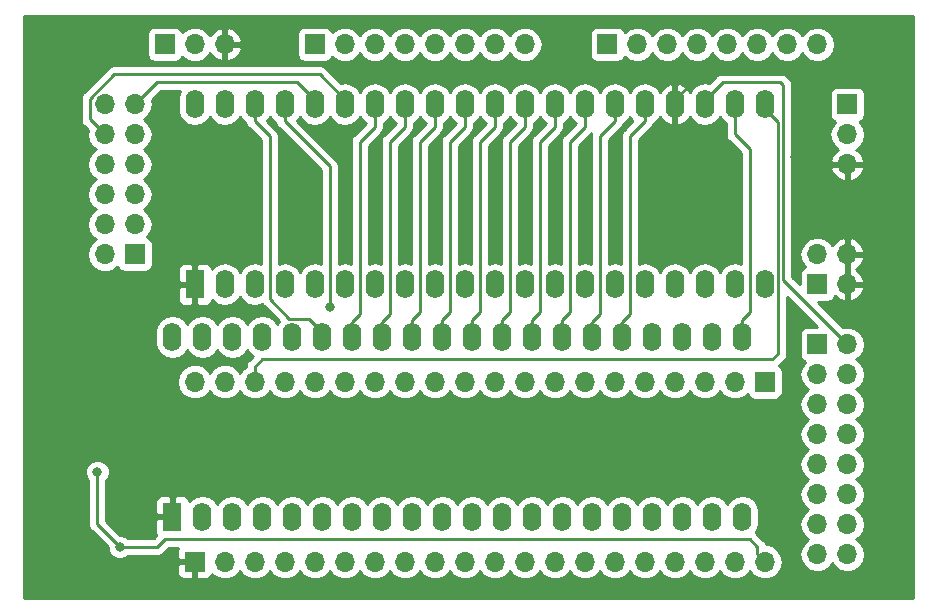
<source format=gbr>
G04 #@! TF.GenerationSoftware,KiCad,Pcbnew,5.0.2-bee76a0~70~ubuntu16.04.1*
G04 #@! TF.CreationDate,2019-06-09T20:50:42+02:00*
G04 #@! TF.ProjectId,VIAxe,56494178-652e-46b6-9963-61645f706362,rev?*
G04 #@! TF.SameCoordinates,Original*
G04 #@! TF.FileFunction,Copper,L2,Bot*
G04 #@! TF.FilePolarity,Positive*
%FSLAX46Y46*%
G04 Gerber Fmt 4.6, Leading zero omitted, Abs format (unit mm)*
G04 Created by KiCad (PCBNEW 5.0.2-bee76a0~70~ubuntu16.04.1) date nie, 9 cze 2019, 20:50:42*
%MOMM*%
%LPD*%
G01*
G04 APERTURE LIST*
G04 #@! TA.AperFunction,ComponentPad*
%ADD10O,1.600000X2.400000*%
G04 #@! TD*
G04 #@! TA.AperFunction,ComponentPad*
%ADD11R,1.600000X2.400000*%
G04 #@! TD*
G04 #@! TA.AperFunction,ComponentPad*
%ADD12R,1.700000X1.700000*%
G04 #@! TD*
G04 #@! TA.AperFunction,ComponentPad*
%ADD13O,1.700000X1.700000*%
G04 #@! TD*
G04 #@! TA.AperFunction,ViaPad*
%ADD14C,0.800000*%
G04 #@! TD*
G04 #@! TA.AperFunction,Conductor*
%ADD15C,0.250000*%
G04 #@! TD*
G04 #@! TA.AperFunction,Conductor*
%ADD16C,0.254000*%
G04 #@! TD*
G04 APERTURE END LIST*
D10*
G04 #@! TO.P,U2,40*
G04 #@! TO.N,CA1*
X45085000Y-76835000D03*
G04 #@! TO.P,U2,20*
G04 #@! TO.N,VCC*
X93345000Y-92075000D03*
G04 #@! TO.P,U2,39*
G04 #@! TO.N,CA2*
X47625000Y-76835000D03*
G04 #@! TO.P,U2,19*
G04 #@! TO.N,CB2*
X90805000Y-92075000D03*
G04 #@! TO.P,U2,38*
G04 #@! TO.N,/IRQA*
X50165000Y-76835000D03*
G04 #@! TO.P,U2,18*
G04 #@! TO.N,CB1*
X88265000Y-92075000D03*
G04 #@! TO.P,U2,37*
G04 #@! TO.N,/IRQB*
X52705000Y-76835000D03*
G04 #@! TO.P,U2,17*
G04 #@! TO.N,PB7*
X85725000Y-92075000D03*
G04 #@! TO.P,U2,36*
G04 #@! TO.N,A1*
X55245000Y-76835000D03*
G04 #@! TO.P,U2,16*
G04 #@! TO.N,PB6*
X83185000Y-92075000D03*
G04 #@! TO.P,U2,35*
G04 #@! TO.N,A0*
X57785000Y-76835000D03*
G04 #@! TO.P,U2,15*
G04 #@! TO.N,PB5*
X80645000Y-92075000D03*
G04 #@! TO.P,U2,34*
G04 #@! TO.N,/RESET*
X60325000Y-76835000D03*
G04 #@! TO.P,U2,14*
G04 #@! TO.N,PB4*
X78105000Y-92075000D03*
G04 #@! TO.P,U2,33*
G04 #@! TO.N,D0*
X62865000Y-76835000D03*
G04 #@! TO.P,U2,13*
G04 #@! TO.N,PB3*
X75565000Y-92075000D03*
G04 #@! TO.P,U2,32*
G04 #@! TO.N,D1*
X65405000Y-76835000D03*
G04 #@! TO.P,U2,12*
G04 #@! TO.N,PB2*
X73025000Y-92075000D03*
G04 #@! TO.P,U2,31*
G04 #@! TO.N,D2*
X67945000Y-76835000D03*
G04 #@! TO.P,U2,11*
G04 #@! TO.N,PB1*
X70485000Y-92075000D03*
G04 #@! TO.P,U2,30*
G04 #@! TO.N,D3*
X70485000Y-76835000D03*
G04 #@! TO.P,U2,10*
G04 #@! TO.N,PB0*
X67945000Y-92075000D03*
G04 #@! TO.P,U2,29*
G04 #@! TO.N,D4*
X73025000Y-76835000D03*
G04 #@! TO.P,U2,9*
G04 #@! TO.N,PA7*
X65405000Y-92075000D03*
G04 #@! TO.P,U2,28*
G04 #@! TO.N,D5*
X75565000Y-76835000D03*
G04 #@! TO.P,U2,8*
G04 #@! TO.N,PA6*
X62865000Y-92075000D03*
G04 #@! TO.P,U2,27*
G04 #@! TO.N,D6*
X78105000Y-76835000D03*
G04 #@! TO.P,U2,7*
G04 #@! TO.N,PA5*
X60325000Y-92075000D03*
G04 #@! TO.P,U2,26*
G04 #@! TO.N,D7*
X80645000Y-76835000D03*
G04 #@! TO.P,U2,6*
G04 #@! TO.N,PA4*
X57785000Y-92075000D03*
G04 #@! TO.P,U2,25*
G04 #@! TO.N,O2*
X83185000Y-76835000D03*
G04 #@! TO.P,U2,5*
G04 #@! TO.N,PA3*
X55245000Y-92075000D03*
G04 #@! TO.P,U2,24*
G04 #@! TO.N,CS1*
X85725000Y-76835000D03*
G04 #@! TO.P,U2,4*
G04 #@! TO.N,PA2*
X52705000Y-92075000D03*
G04 #@! TO.P,U2,23*
G04 #@! TO.N,/CS2B*
X88265000Y-76835000D03*
G04 #@! TO.P,U2,3*
G04 #@! TO.N,PA1*
X50165000Y-92075000D03*
G04 #@! TO.P,U2,22*
G04 #@! TO.N,CS0*
X90805000Y-76835000D03*
G04 #@! TO.P,U2,2*
G04 #@! TO.N,PA0*
X47625000Y-92075000D03*
G04 #@! TO.P,U2,21*
G04 #@! TO.N,R/W*
X93345000Y-76835000D03*
D11*
G04 #@! TO.P,U2,1*
G04 #@! TO.N,GND*
X45085000Y-92075000D03*
G04 #@! TD*
G04 #@! TO.P,U3,1*
G04 #@! TO.N,GND*
X46990000Y-72390000D03*
D10*
G04 #@! TO.P,U3,21*
G04 #@! TO.N,/IRQA*
X95250000Y-57150000D03*
G04 #@! TO.P,U3,2*
G04 #@! TO.N,VIAPA0*
X49530000Y-72390000D03*
G04 #@! TO.P,U3,22*
G04 #@! TO.N,R/W*
X92710000Y-57150000D03*
G04 #@! TO.P,U3,3*
G04 #@! TO.N,VIAPA1*
X52070000Y-72390000D03*
G04 #@! TO.P,U3,23*
G04 #@! TO.N,/VIACS2*
X90170000Y-57150000D03*
G04 #@! TO.P,U3,4*
G04 #@! TO.N,VIAPA2*
X54610000Y-72390000D03*
G04 #@! TO.P,U3,24*
G04 #@! TO.N,GND*
X87630000Y-57150000D03*
G04 #@! TO.P,U3,5*
G04 #@! TO.N,VIAPA3*
X57150000Y-72390000D03*
G04 #@! TO.P,U3,25*
G04 #@! TO.N,O2*
X85090000Y-57150000D03*
G04 #@! TO.P,U3,6*
G04 #@! TO.N,VIAPA4*
X59690000Y-72390000D03*
G04 #@! TO.P,U3,26*
G04 #@! TO.N,D7*
X82550000Y-57150000D03*
G04 #@! TO.P,U3,7*
G04 #@! TO.N,VIAPA5*
X62230000Y-72390000D03*
G04 #@! TO.P,U3,27*
G04 #@! TO.N,D6*
X80010000Y-57150000D03*
G04 #@! TO.P,U3,8*
G04 #@! TO.N,VIAPA6*
X64770000Y-72390000D03*
G04 #@! TO.P,U3,28*
G04 #@! TO.N,D5*
X77470000Y-57150000D03*
G04 #@! TO.P,U3,9*
G04 #@! TO.N,VIAPA7*
X67310000Y-72390000D03*
G04 #@! TO.P,U3,29*
G04 #@! TO.N,D4*
X74930000Y-57150000D03*
G04 #@! TO.P,U3,10*
G04 #@! TO.N,VIAPB0*
X69850000Y-72390000D03*
G04 #@! TO.P,U3,30*
G04 #@! TO.N,D3*
X72390000Y-57150000D03*
G04 #@! TO.P,U3,11*
G04 #@! TO.N,VIAPB1*
X72390000Y-72390000D03*
G04 #@! TO.P,U3,31*
G04 #@! TO.N,D2*
X69850000Y-57150000D03*
G04 #@! TO.P,U3,12*
G04 #@! TO.N,VIAPB2*
X74930000Y-72390000D03*
G04 #@! TO.P,U3,32*
G04 #@! TO.N,D1*
X67310000Y-57150000D03*
G04 #@! TO.P,U3,13*
G04 #@! TO.N,VIAPB3*
X77470000Y-72390000D03*
G04 #@! TO.P,U3,33*
G04 #@! TO.N,D0*
X64770000Y-57150000D03*
G04 #@! TO.P,U3,14*
G04 #@! TO.N,VIAPB4*
X80010000Y-72390000D03*
G04 #@! TO.P,U3,34*
G04 #@! TO.N,/RESET*
X62230000Y-57150000D03*
G04 #@! TO.P,U3,15*
G04 #@! TO.N,VIAPB5*
X82550000Y-72390000D03*
G04 #@! TO.P,U3,35*
G04 #@! TO.N,A3*
X59690000Y-57150000D03*
G04 #@! TO.P,U3,16*
G04 #@! TO.N,VIAPB6*
X85090000Y-72390000D03*
G04 #@! TO.P,U3,36*
G04 #@! TO.N,A2*
X57150000Y-57150000D03*
G04 #@! TO.P,U3,17*
G04 #@! TO.N,VIAPB7*
X87630000Y-72390000D03*
G04 #@! TO.P,U3,37*
G04 #@! TO.N,A1*
X54610000Y-57150000D03*
G04 #@! TO.P,U3,18*
G04 #@! TO.N,VIACB1*
X90170000Y-72390000D03*
G04 #@! TO.P,U3,38*
G04 #@! TO.N,A0*
X52070000Y-57150000D03*
G04 #@! TO.P,U3,19*
G04 #@! TO.N,VIACB2*
X92710000Y-72390000D03*
G04 #@! TO.P,U3,39*
G04 #@! TO.N,VIACA2*
X49530000Y-57150000D03*
G04 #@! TO.P,U3,20*
G04 #@! TO.N,VCC*
X95250000Y-72390000D03*
G04 #@! TO.P,U3,40*
G04 #@! TO.N,VIACA1*
X46990000Y-57150000D03*
G04 #@! TD*
D12*
G04 #@! TO.P,J1,1*
G04 #@! TO.N,GND*
X46990000Y-95885000D03*
D13*
G04 #@! TO.P,J1,2*
G04 #@! TO.N,PA0*
X49530000Y-95885000D03*
G04 #@! TO.P,J1,3*
G04 #@! TO.N,PA1*
X52070000Y-95885000D03*
G04 #@! TO.P,J1,4*
G04 #@! TO.N,PA2*
X54610000Y-95885000D03*
G04 #@! TO.P,J1,5*
G04 #@! TO.N,PA3*
X57150000Y-95885000D03*
G04 #@! TO.P,J1,6*
G04 #@! TO.N,PA4*
X59690000Y-95885000D03*
G04 #@! TO.P,J1,7*
G04 #@! TO.N,PA5*
X62230000Y-95885000D03*
G04 #@! TO.P,J1,8*
G04 #@! TO.N,PA6*
X64770000Y-95885000D03*
G04 #@! TO.P,J1,9*
G04 #@! TO.N,PA7*
X67310000Y-95885000D03*
G04 #@! TO.P,J1,10*
G04 #@! TO.N,PB0*
X69850000Y-95885000D03*
G04 #@! TO.P,J1,11*
G04 #@! TO.N,PB1*
X72390000Y-95885000D03*
G04 #@! TO.P,J1,12*
G04 #@! TO.N,PB2*
X74930000Y-95885000D03*
G04 #@! TO.P,J1,13*
G04 #@! TO.N,PB3*
X77470000Y-95885000D03*
G04 #@! TO.P,J1,14*
G04 #@! TO.N,PB4*
X80010000Y-95885000D03*
G04 #@! TO.P,J1,15*
G04 #@! TO.N,PB5*
X82550000Y-95885000D03*
G04 #@! TO.P,J1,16*
G04 #@! TO.N,PB6*
X85090000Y-95885000D03*
G04 #@! TO.P,J1,17*
G04 #@! TO.N,PB7*
X87630000Y-95885000D03*
G04 #@! TO.P,J1,18*
G04 #@! TO.N,CB1*
X90170000Y-95885000D03*
G04 #@! TO.P,J1,19*
G04 #@! TO.N,CB2*
X92710000Y-95885000D03*
G04 #@! TO.P,J1,20*
G04 #@! TO.N,VCC*
X95250000Y-95885000D03*
G04 #@! TD*
G04 #@! TO.P,J2,20*
G04 #@! TO.N,CA1*
X46990000Y-80645000D03*
G04 #@! TO.P,J2,19*
G04 #@! TO.N,CA2*
X49530000Y-80645000D03*
G04 #@! TO.P,J2,18*
G04 #@! TO.N,/IRQA*
X52070000Y-80645000D03*
G04 #@! TO.P,J2,17*
G04 #@! TO.N,/IRQB*
X54610000Y-80645000D03*
G04 #@! TO.P,J2,16*
G04 #@! TO.N,A1*
X57150000Y-80645000D03*
G04 #@! TO.P,J2,15*
G04 #@! TO.N,A0*
X59690000Y-80645000D03*
G04 #@! TO.P,J2,14*
G04 #@! TO.N,/RESET*
X62230000Y-80645000D03*
G04 #@! TO.P,J2,13*
G04 #@! TO.N,D0*
X64770000Y-80645000D03*
G04 #@! TO.P,J2,12*
G04 #@! TO.N,D1*
X67310000Y-80645000D03*
G04 #@! TO.P,J2,11*
G04 #@! TO.N,D2*
X69850000Y-80645000D03*
G04 #@! TO.P,J2,10*
G04 #@! TO.N,D3*
X72390000Y-80645000D03*
G04 #@! TO.P,J2,9*
G04 #@! TO.N,D4*
X74930000Y-80645000D03*
G04 #@! TO.P,J2,8*
G04 #@! TO.N,D5*
X77470000Y-80645000D03*
G04 #@! TO.P,J2,7*
G04 #@! TO.N,D6*
X80010000Y-80645000D03*
G04 #@! TO.P,J2,6*
G04 #@! TO.N,D7*
X82550000Y-80645000D03*
G04 #@! TO.P,J2,5*
G04 #@! TO.N,O2*
X85090000Y-80645000D03*
G04 #@! TO.P,J2,4*
G04 #@! TO.N,CS1*
X87630000Y-80645000D03*
G04 #@! TO.P,J2,3*
G04 #@! TO.N,/CS2B*
X90170000Y-80645000D03*
G04 #@! TO.P,J2,2*
G04 #@! TO.N,CS0*
X92710000Y-80645000D03*
D12*
G04 #@! TO.P,J2,1*
G04 #@! TO.N,R/W*
X95250000Y-80645000D03*
G04 #@! TD*
G04 #@! TO.P,J3,1*
G04 #@! TO.N,/D500*
X99695000Y-77470000D03*
D13*
G04 #@! TO.P,J3,2*
G04 #@! TO.N,/VIACS2*
X102235000Y-77470000D03*
G04 #@! TO.P,J3,3*
G04 #@! TO.N,/D520*
X99695000Y-80010000D03*
G04 #@! TO.P,J3,4*
G04 #@! TO.N,/VIACS2*
X102235000Y-80010000D03*
G04 #@! TO.P,J3,5*
G04 #@! TO.N,/D540*
X99695000Y-82550000D03*
G04 #@! TO.P,J3,6*
G04 #@! TO.N,/VIACS2*
X102235000Y-82550000D03*
G04 #@! TO.P,J3,7*
G04 #@! TO.N,/D560*
X99695000Y-85090000D03*
G04 #@! TO.P,J3,8*
G04 #@! TO.N,/VIACS2*
X102235000Y-85090000D03*
G04 #@! TO.P,J3,9*
G04 #@! TO.N,/D580*
X99695000Y-87630000D03*
G04 #@! TO.P,J3,10*
G04 #@! TO.N,/VIACS2*
X102235000Y-87630000D03*
G04 #@! TO.P,J3,11*
G04 #@! TO.N,/D5A0*
X99695000Y-90170000D03*
G04 #@! TO.P,J3,12*
G04 #@! TO.N,/VIACS2*
X102235000Y-90170000D03*
G04 #@! TO.P,J3,13*
G04 #@! TO.N,/D5C0*
X99695000Y-92710000D03*
G04 #@! TO.P,J3,14*
G04 #@! TO.N,/VIACS2*
X102235000Y-92710000D03*
G04 #@! TO.P,J3,15*
G04 #@! TO.N,/D5E0*
X99695000Y-95250000D03*
G04 #@! TO.P,J3,16*
G04 #@! TO.N,/VIACS2*
X102235000Y-95250000D03*
G04 #@! TD*
D12*
G04 #@! TO.P,J5,1*
G04 #@! TO.N,VIACA1*
X44450000Y-52070000D03*
D13*
G04 #@! TO.P,J5,2*
G04 #@! TO.N,VIACA2*
X46990000Y-52070000D03*
G04 #@! TO.P,J5,3*
G04 #@! TO.N,GND*
X49530000Y-52070000D03*
G04 #@! TD*
D12*
G04 #@! TO.P,J6,1*
G04 #@! TO.N,VIAPA0*
X57150000Y-52070000D03*
D13*
G04 #@! TO.P,J6,2*
G04 #@! TO.N,VIAPA1*
X59690000Y-52070000D03*
G04 #@! TO.P,J6,3*
G04 #@! TO.N,VIAPA2*
X62230000Y-52070000D03*
G04 #@! TO.P,J6,4*
G04 #@! TO.N,VIAPA3*
X64770000Y-52070000D03*
G04 #@! TO.P,J6,5*
G04 #@! TO.N,VIAPA4*
X67310000Y-52070000D03*
G04 #@! TO.P,J6,6*
G04 #@! TO.N,VIAPA5*
X69850000Y-52070000D03*
G04 #@! TO.P,J6,7*
G04 #@! TO.N,VIAPA6*
X72390000Y-52070000D03*
G04 #@! TO.P,J6,8*
G04 #@! TO.N,VIAPA7*
X74930000Y-52070000D03*
G04 #@! TD*
G04 #@! TO.P,J7,8*
G04 #@! TO.N,VIAPB7*
X99695000Y-52070000D03*
G04 #@! TO.P,J7,7*
G04 #@! TO.N,VIAPB6*
X97155000Y-52070000D03*
G04 #@! TO.P,J7,6*
G04 #@! TO.N,VIAPB5*
X94615000Y-52070000D03*
G04 #@! TO.P,J7,5*
G04 #@! TO.N,VIAPB4*
X92075000Y-52070000D03*
G04 #@! TO.P,J7,4*
G04 #@! TO.N,VIAPB3*
X89535000Y-52070000D03*
G04 #@! TO.P,J7,3*
G04 #@! TO.N,VIAPB2*
X86995000Y-52070000D03*
G04 #@! TO.P,J7,2*
G04 #@! TO.N,VIAPB1*
X84455000Y-52070000D03*
D12*
G04 #@! TO.P,J7,1*
G04 #@! TO.N,VIAPB0*
X81915000Y-52070000D03*
G04 #@! TD*
D13*
G04 #@! TO.P,J8,3*
G04 #@! TO.N,GND*
X102235000Y-62230000D03*
G04 #@! TO.P,J8,2*
G04 #@! TO.N,VIACB2*
X102235000Y-59690000D03*
D12*
G04 #@! TO.P,J8,1*
G04 #@! TO.N,VIACB1*
X102235000Y-57150000D03*
G04 #@! TD*
G04 #@! TO.P,J4,1*
G04 #@! TO.N,/CCTL*
X41910000Y-69850000D03*
D13*
G04 #@! TO.P,J4,2*
X39370000Y-69850000D03*
G04 #@! TO.P,J4,3*
G04 #@! TO.N,/A7*
X41910000Y-67310000D03*
G04 #@! TO.P,J4,4*
X39370000Y-67310000D03*
G04 #@! TO.P,J4,5*
G04 #@! TO.N,/A6*
X41910000Y-64770000D03*
G04 #@! TO.P,J4,6*
X39370000Y-64770000D03*
G04 #@! TO.P,J4,7*
G04 #@! TO.N,/A5*
X41910000Y-62230000D03*
G04 #@! TO.P,J4,8*
X39370000Y-62230000D03*
G04 #@! TO.P,J4,9*
G04 #@! TO.N,A3*
X41910000Y-59690000D03*
G04 #@! TO.P,J4,10*
X39370000Y-59690000D03*
G04 #@! TO.P,J4,11*
G04 #@! TO.N,A2*
X41910000Y-57150000D03*
G04 #@! TO.P,J4,12*
X39370000Y-57150000D03*
G04 #@! TD*
D12*
G04 #@! TO.P,J9,1*
G04 #@! TO.N,VCC*
X99695000Y-72390000D03*
D13*
G04 #@! TO.P,J9,2*
X99695000Y-69850000D03*
G04 #@! TO.P,J9,3*
G04 #@! TO.N,GND*
X102235000Y-72390000D03*
G04 #@! TO.P,J9,4*
X102235000Y-69850000D03*
G04 #@! TD*
D14*
G04 #@! TO.N,GND*
X80010000Y-67945000D03*
X80010000Y-65405000D03*
X82550000Y-65405000D03*
X77470000Y-60960000D03*
X77470000Y-64135000D03*
X80010000Y-60960000D03*
X69850000Y-66675000D03*
X69850000Y-69215000D03*
X67310000Y-69215000D03*
X72390000Y-66675000D03*
X74930000Y-62865000D03*
X54610000Y-66675000D03*
X57150000Y-69215000D03*
X59690000Y-66675000D03*
X59690000Y-69215000D03*
X64770000Y-69215000D03*
X67310000Y-66675000D03*
X37465000Y-85090000D03*
X97790000Y-61595000D03*
X43180000Y-79375000D03*
X48260000Y-69215000D03*
X52070000Y-69215000D03*
X85090000Y-62865000D03*
X64770000Y-66675000D03*
X62229998Y-66675000D03*
X62230000Y-69215002D03*
G04 #@! TO.N,VCC*
X38735000Y-88265000D03*
X40640000Y-94615000D03*
G04 #@! TO.N,A1*
X58420000Y-74295000D03*
G04 #@! TD*
D15*
G04 #@! TO.N,GND*
X37465000Y-85090000D02*
X43180000Y-79375000D01*
X43180000Y-79375000D02*
X43180000Y-73660000D01*
X44450000Y-72390000D02*
X46990000Y-72390000D01*
X43180000Y-73660000D02*
X44450000Y-72390000D01*
X87630000Y-56750000D02*
X87630000Y-57150000D01*
X89770000Y-54610000D02*
X87630000Y-56750000D01*
X97790000Y-54610000D02*
X89770000Y-54610000D01*
X97790000Y-61595000D02*
X97790000Y-54610000D01*
X48260000Y-69215000D02*
X52070000Y-69215000D01*
X54610000Y-66675000D02*
X57150000Y-69215000D01*
X59690000Y-66675000D02*
X59690000Y-69215000D01*
X62230000Y-66675000D02*
X62230000Y-69215000D01*
X67310000Y-66675000D02*
X67310000Y-69215000D01*
X69850000Y-66675000D02*
X69850000Y-69215000D01*
X77470000Y-60960000D02*
X77470000Y-64135000D01*
X80010000Y-60960000D02*
X80010000Y-65405000D01*
X80010000Y-65405000D02*
X80010000Y-67945000D01*
X64770000Y-68649315D02*
X64770000Y-66675000D01*
X64770000Y-69215000D02*
X64770000Y-68649315D01*
G04 #@! TO.N,VCC*
X38735000Y-88265000D02*
X38735000Y-92710000D01*
X38735000Y-92710000D02*
X40640000Y-94615000D01*
X40640000Y-94615000D02*
X43815000Y-94615000D01*
X43815000Y-94615000D02*
X44450000Y-93980000D01*
X44450000Y-93980000D02*
X93980000Y-93980000D01*
X93980000Y-93980000D02*
X94615000Y-94615000D01*
X94615000Y-94615000D02*
X94615000Y-95250000D01*
X94615000Y-95250000D02*
X95250000Y-95885000D01*
G04 #@! TO.N,/IRQA*
X96375010Y-58675010D02*
X96375010Y-78249990D01*
X95250000Y-57550000D02*
X96375010Y-58675010D01*
X95250000Y-57150000D02*
X95250000Y-57550000D01*
X96375010Y-78249990D02*
X95885000Y-78740000D01*
X95885000Y-78740000D02*
X52705000Y-78740000D01*
X52070000Y-79375000D02*
X52070000Y-80645000D01*
X52705000Y-78740000D02*
X52070000Y-79375000D01*
G04 #@! TO.N,/RESET*
X60325000Y-75565000D02*
X60325000Y-76835000D01*
X62230000Y-57150000D02*
X62230000Y-59055000D01*
X60960000Y-74930000D02*
X60325000Y-75565000D01*
X62230000Y-59055000D02*
X60960000Y-60325000D01*
X60960000Y-60325000D02*
X60960000Y-74930000D01*
G04 #@! TO.N,D0*
X62865000Y-75565000D02*
X62865000Y-76835000D01*
X64770000Y-57150000D02*
X64770000Y-59055000D01*
X64770000Y-59055000D02*
X63500000Y-60325000D01*
X63500000Y-60325000D02*
X63500000Y-74930000D01*
X63500000Y-74930000D02*
X62865000Y-75565000D01*
G04 #@! TO.N,D1*
X65405000Y-75385000D02*
X65405000Y-76835000D01*
X67310000Y-57150000D02*
X67310000Y-59055000D01*
X67310000Y-59055000D02*
X66040000Y-60325000D01*
X66040000Y-60325000D02*
X66040000Y-74750000D01*
X66040000Y-74750000D02*
X65405000Y-75385000D01*
G04 #@! TO.N,D2*
X69850000Y-57150000D02*
X69850000Y-59055000D01*
X67945000Y-75385000D02*
X67945000Y-76835000D01*
X69850000Y-59055000D02*
X68580000Y-60325000D01*
X68580000Y-60325000D02*
X68580000Y-74750000D01*
X68580000Y-74750000D02*
X67945000Y-75385000D01*
G04 #@! TO.N,D3*
X72390000Y-59055000D02*
X72390000Y-57150000D01*
X70485000Y-76835000D02*
X70485000Y-75385000D01*
X70485000Y-75385000D02*
X71120000Y-74750000D01*
X71120000Y-74750000D02*
X71120000Y-60325000D01*
X71120000Y-60325000D02*
X72390000Y-59055000D01*
G04 #@! TO.N,D4*
X74930000Y-59055000D02*
X74930000Y-57150000D01*
X73025000Y-76835000D02*
X73025000Y-75385000D01*
X73025000Y-75385000D02*
X73660000Y-74750000D01*
X73660000Y-60325000D02*
X74930000Y-59055000D01*
X73660000Y-74750000D02*
X73660000Y-60325000D01*
G04 #@! TO.N,D5*
X77470000Y-59055000D02*
X77470000Y-57150000D01*
X75565000Y-75385000D02*
X76200000Y-74750000D01*
X76200000Y-60325000D02*
X77470000Y-59055000D01*
X75565000Y-76835000D02*
X75565000Y-75385000D01*
X76200000Y-74750000D02*
X76200000Y-60325000D01*
G04 #@! TO.N,D6*
X80010000Y-59055000D02*
X80010000Y-57150000D01*
X78105000Y-76835000D02*
X78105000Y-75385000D01*
X78105000Y-75385000D02*
X78740000Y-74750000D01*
X78740000Y-74750000D02*
X78740000Y-60325000D01*
X78740000Y-60325000D02*
X80010000Y-59055000D01*
G04 #@! TO.N,D7*
X82550000Y-58600000D02*
X82550000Y-57150000D01*
X80645000Y-76835000D02*
X80645000Y-75565000D01*
X80645000Y-75565000D02*
X81280000Y-74930000D01*
X81280000Y-74930000D02*
X81280000Y-59870000D01*
X81280000Y-59870000D02*
X82550000Y-58600000D01*
G04 #@! TO.N,O2*
X85090000Y-58600000D02*
X85090000Y-57150000D01*
X83185000Y-76835000D02*
X83185000Y-75565000D01*
X83185000Y-75565000D02*
X83820000Y-74930000D01*
X83820000Y-74930000D02*
X83820000Y-59870000D01*
X83820000Y-59870000D02*
X85090000Y-58600000D01*
G04 #@! TO.N,R/W*
X92710000Y-59690000D02*
X92710000Y-57150000D01*
X93345000Y-76835000D02*
X93345000Y-75385000D01*
X93345000Y-75385000D02*
X93980000Y-74750000D01*
X93980000Y-60960000D02*
X92710000Y-59690000D01*
X93980000Y-74750000D02*
X93980000Y-60960000D01*
G04 #@! TO.N,A1*
X58420000Y-62410000D02*
X58420000Y-74295000D01*
X54610000Y-58600000D02*
X58420000Y-62410000D01*
X54610000Y-57150000D02*
X54610000Y-58600000D01*
G04 #@! TO.N,A0*
X56659990Y-75309990D02*
X57785000Y-76435000D01*
X54989990Y-75309990D02*
X56659990Y-75309990D01*
X52070000Y-57150000D02*
X52070000Y-58600000D01*
X52070000Y-58600000D02*
X53340000Y-59870000D01*
X57785000Y-76435000D02*
X57785000Y-76835000D01*
X53340000Y-59870000D02*
X53340000Y-73660000D01*
X53340000Y-73660000D02*
X54989990Y-75309990D01*
G04 #@! TO.N,/VIACS2*
X96825020Y-72060020D02*
X96825020Y-55550020D01*
X102235000Y-77470000D02*
X96825020Y-72060020D01*
X96825020Y-55550020D02*
X96520000Y-55245000D01*
X90170000Y-56750000D02*
X90170000Y-57150000D01*
X91675000Y-55245000D02*
X90170000Y-56750000D01*
X96520000Y-55245000D02*
X91675000Y-55245000D01*
G04 #@! TO.N,A3*
X39370000Y-59690000D02*
X38100000Y-58420000D01*
X38100000Y-56680998D02*
X40170998Y-54610000D01*
X38100000Y-58420000D02*
X38100000Y-56680998D01*
X59690000Y-56750000D02*
X59690000Y-57150000D01*
X57550000Y-54610000D02*
X59690000Y-56750000D01*
X40170998Y-54610000D02*
X57550000Y-54610000D01*
G04 #@! TO.N,A2*
X41910000Y-57150000D02*
X43815000Y-55245000D01*
X57150000Y-56750000D02*
X57150000Y-57150000D01*
X55645000Y-55245000D02*
X57150000Y-56750000D01*
X43815000Y-55245000D02*
X55645000Y-55245000D01*
G04 #@! TD*
D16*
G04 #@! TO.N,GND*
G36*
X107823000Y-98933000D02*
X32512000Y-98933000D01*
X32512000Y-96170750D01*
X45505000Y-96170750D01*
X45505000Y-96861309D01*
X45601673Y-97094698D01*
X45780301Y-97273327D01*
X46013690Y-97370000D01*
X46704250Y-97370000D01*
X46863000Y-97211250D01*
X46863000Y-96012000D01*
X45663750Y-96012000D01*
X45505000Y-96170750D01*
X32512000Y-96170750D01*
X32512000Y-88059126D01*
X37700000Y-88059126D01*
X37700000Y-88470874D01*
X37857569Y-88851280D01*
X37975000Y-88968711D01*
X37975001Y-92635148D01*
X37960112Y-92710000D01*
X37975001Y-92784852D01*
X38019097Y-93006537D01*
X38187072Y-93257929D01*
X38250528Y-93300329D01*
X39605000Y-94654802D01*
X39605000Y-94820874D01*
X39762569Y-95201280D01*
X40053720Y-95492431D01*
X40434126Y-95650000D01*
X40845874Y-95650000D01*
X41226280Y-95492431D01*
X41343711Y-95375000D01*
X43740153Y-95375000D01*
X43815000Y-95389888D01*
X43889847Y-95375000D01*
X43889852Y-95375000D01*
X44111537Y-95330904D01*
X44362929Y-95162929D01*
X44405331Y-95099470D01*
X44764802Y-94740000D01*
X45574874Y-94740000D01*
X45505000Y-94908691D01*
X45505000Y-95599250D01*
X45663750Y-95758000D01*
X46863000Y-95758000D01*
X46863000Y-95738000D01*
X47117000Y-95738000D01*
X47117000Y-95758000D01*
X47137000Y-95758000D01*
X47137000Y-96012000D01*
X47117000Y-96012000D01*
X47117000Y-97211250D01*
X47275750Y-97370000D01*
X47966310Y-97370000D01*
X48199699Y-97273327D01*
X48378327Y-97094698D01*
X48444904Y-96933967D01*
X48459375Y-96955625D01*
X48950582Y-97283839D01*
X49383744Y-97370000D01*
X49676256Y-97370000D01*
X50109418Y-97283839D01*
X50600625Y-96955625D01*
X50800000Y-96657239D01*
X50999375Y-96955625D01*
X51490582Y-97283839D01*
X51923744Y-97370000D01*
X52216256Y-97370000D01*
X52649418Y-97283839D01*
X53140625Y-96955625D01*
X53340000Y-96657239D01*
X53539375Y-96955625D01*
X54030582Y-97283839D01*
X54463744Y-97370000D01*
X54756256Y-97370000D01*
X55189418Y-97283839D01*
X55680625Y-96955625D01*
X55880000Y-96657239D01*
X56079375Y-96955625D01*
X56570582Y-97283839D01*
X57003744Y-97370000D01*
X57296256Y-97370000D01*
X57729418Y-97283839D01*
X58220625Y-96955625D01*
X58420000Y-96657239D01*
X58619375Y-96955625D01*
X59110582Y-97283839D01*
X59543744Y-97370000D01*
X59836256Y-97370000D01*
X60269418Y-97283839D01*
X60760625Y-96955625D01*
X60960000Y-96657239D01*
X61159375Y-96955625D01*
X61650582Y-97283839D01*
X62083744Y-97370000D01*
X62376256Y-97370000D01*
X62809418Y-97283839D01*
X63300625Y-96955625D01*
X63500000Y-96657239D01*
X63699375Y-96955625D01*
X64190582Y-97283839D01*
X64623744Y-97370000D01*
X64916256Y-97370000D01*
X65349418Y-97283839D01*
X65840625Y-96955625D01*
X66040000Y-96657239D01*
X66239375Y-96955625D01*
X66730582Y-97283839D01*
X67163744Y-97370000D01*
X67456256Y-97370000D01*
X67889418Y-97283839D01*
X68380625Y-96955625D01*
X68580000Y-96657239D01*
X68779375Y-96955625D01*
X69270582Y-97283839D01*
X69703744Y-97370000D01*
X69996256Y-97370000D01*
X70429418Y-97283839D01*
X70920625Y-96955625D01*
X71120000Y-96657239D01*
X71319375Y-96955625D01*
X71810582Y-97283839D01*
X72243744Y-97370000D01*
X72536256Y-97370000D01*
X72969418Y-97283839D01*
X73460625Y-96955625D01*
X73660000Y-96657239D01*
X73859375Y-96955625D01*
X74350582Y-97283839D01*
X74783744Y-97370000D01*
X75076256Y-97370000D01*
X75509418Y-97283839D01*
X76000625Y-96955625D01*
X76200000Y-96657239D01*
X76399375Y-96955625D01*
X76890582Y-97283839D01*
X77323744Y-97370000D01*
X77616256Y-97370000D01*
X78049418Y-97283839D01*
X78540625Y-96955625D01*
X78740000Y-96657239D01*
X78939375Y-96955625D01*
X79430582Y-97283839D01*
X79863744Y-97370000D01*
X80156256Y-97370000D01*
X80589418Y-97283839D01*
X81080625Y-96955625D01*
X81280000Y-96657239D01*
X81479375Y-96955625D01*
X81970582Y-97283839D01*
X82403744Y-97370000D01*
X82696256Y-97370000D01*
X83129418Y-97283839D01*
X83620625Y-96955625D01*
X83820000Y-96657239D01*
X84019375Y-96955625D01*
X84510582Y-97283839D01*
X84943744Y-97370000D01*
X85236256Y-97370000D01*
X85669418Y-97283839D01*
X86160625Y-96955625D01*
X86360000Y-96657239D01*
X86559375Y-96955625D01*
X87050582Y-97283839D01*
X87483744Y-97370000D01*
X87776256Y-97370000D01*
X88209418Y-97283839D01*
X88700625Y-96955625D01*
X88900000Y-96657239D01*
X89099375Y-96955625D01*
X89590582Y-97283839D01*
X90023744Y-97370000D01*
X90316256Y-97370000D01*
X90749418Y-97283839D01*
X91240625Y-96955625D01*
X91440000Y-96657239D01*
X91639375Y-96955625D01*
X92130582Y-97283839D01*
X92563744Y-97370000D01*
X92856256Y-97370000D01*
X93289418Y-97283839D01*
X93780625Y-96955625D01*
X93980000Y-96657239D01*
X94179375Y-96955625D01*
X94670582Y-97283839D01*
X95103744Y-97370000D01*
X95396256Y-97370000D01*
X95829418Y-97283839D01*
X96320625Y-96955625D01*
X96648839Y-96464418D01*
X96764092Y-95885000D01*
X96648839Y-95305582D01*
X96320625Y-94814375D01*
X95829418Y-94486161D01*
X95396256Y-94400000D01*
X95347123Y-94400000D01*
X95330904Y-94318463D01*
X95162929Y-94067071D01*
X95099473Y-94024671D01*
X94570331Y-93495530D01*
X94527929Y-93432071D01*
X94461170Y-93387464D01*
X94696740Y-93034909D01*
X94780000Y-92616332D01*
X94780000Y-91533667D01*
X94696740Y-91115091D01*
X94379576Y-90640423D01*
X93904908Y-90323260D01*
X93345000Y-90211887D01*
X92785091Y-90323260D01*
X92310423Y-90640424D01*
X92075000Y-90992759D01*
X91839576Y-90640423D01*
X91364908Y-90323260D01*
X90805000Y-90211887D01*
X90245091Y-90323260D01*
X89770423Y-90640424D01*
X89535000Y-90992759D01*
X89299576Y-90640423D01*
X88824908Y-90323260D01*
X88265000Y-90211887D01*
X87705091Y-90323260D01*
X87230423Y-90640424D01*
X86995000Y-90992759D01*
X86759576Y-90640423D01*
X86284908Y-90323260D01*
X85725000Y-90211887D01*
X85165091Y-90323260D01*
X84690423Y-90640424D01*
X84455000Y-90992759D01*
X84219576Y-90640423D01*
X83744908Y-90323260D01*
X83185000Y-90211887D01*
X82625091Y-90323260D01*
X82150423Y-90640424D01*
X81915000Y-90992759D01*
X81679576Y-90640423D01*
X81204908Y-90323260D01*
X80645000Y-90211887D01*
X80085091Y-90323260D01*
X79610423Y-90640424D01*
X79375000Y-90992759D01*
X79139576Y-90640423D01*
X78664908Y-90323260D01*
X78105000Y-90211887D01*
X77545091Y-90323260D01*
X77070423Y-90640424D01*
X76835000Y-90992759D01*
X76599576Y-90640423D01*
X76124908Y-90323260D01*
X75565000Y-90211887D01*
X75005091Y-90323260D01*
X74530423Y-90640424D01*
X74295000Y-90992759D01*
X74059576Y-90640423D01*
X73584908Y-90323260D01*
X73025000Y-90211887D01*
X72465091Y-90323260D01*
X71990423Y-90640424D01*
X71755000Y-90992759D01*
X71519576Y-90640423D01*
X71044908Y-90323260D01*
X70485000Y-90211887D01*
X69925091Y-90323260D01*
X69450423Y-90640424D01*
X69215000Y-90992759D01*
X68979576Y-90640423D01*
X68504908Y-90323260D01*
X67945000Y-90211887D01*
X67385091Y-90323260D01*
X66910423Y-90640424D01*
X66675000Y-90992759D01*
X66439576Y-90640423D01*
X65964908Y-90323260D01*
X65405000Y-90211887D01*
X64845091Y-90323260D01*
X64370423Y-90640424D01*
X64135000Y-90992759D01*
X63899576Y-90640423D01*
X63424908Y-90323260D01*
X62865000Y-90211887D01*
X62305091Y-90323260D01*
X61830423Y-90640424D01*
X61595000Y-90992759D01*
X61359576Y-90640423D01*
X60884908Y-90323260D01*
X60325000Y-90211887D01*
X59765091Y-90323260D01*
X59290423Y-90640424D01*
X59055000Y-90992759D01*
X58819576Y-90640423D01*
X58344908Y-90323260D01*
X57785000Y-90211887D01*
X57225091Y-90323260D01*
X56750423Y-90640424D01*
X56515000Y-90992759D01*
X56279576Y-90640423D01*
X55804908Y-90323260D01*
X55245000Y-90211887D01*
X54685091Y-90323260D01*
X54210423Y-90640424D01*
X53975000Y-90992759D01*
X53739576Y-90640423D01*
X53264908Y-90323260D01*
X52705000Y-90211887D01*
X52145091Y-90323260D01*
X51670423Y-90640424D01*
X51435000Y-90992759D01*
X51199576Y-90640423D01*
X50724908Y-90323260D01*
X50165000Y-90211887D01*
X49605091Y-90323260D01*
X49130423Y-90640424D01*
X48895000Y-90992759D01*
X48659576Y-90640423D01*
X48184908Y-90323260D01*
X47625000Y-90211887D01*
X47065091Y-90323260D01*
X46590423Y-90640424D01*
X46519266Y-90746918D01*
X46423327Y-90515302D01*
X46244699Y-90336673D01*
X46011310Y-90240000D01*
X45370750Y-90240000D01*
X45212000Y-90398750D01*
X45212000Y-91948000D01*
X45232000Y-91948000D01*
X45232000Y-92202000D01*
X45212000Y-92202000D01*
X45212000Y-92222000D01*
X44958000Y-92222000D01*
X44958000Y-92202000D01*
X43808750Y-92202000D01*
X43650000Y-92360750D01*
X43650000Y-93401309D01*
X43739007Y-93616191D01*
X43500199Y-93855000D01*
X41343711Y-93855000D01*
X41226280Y-93737569D01*
X40845874Y-93580000D01*
X40679802Y-93580000D01*
X39495000Y-92395199D01*
X39495000Y-90748691D01*
X43650000Y-90748691D01*
X43650000Y-91789250D01*
X43808750Y-91948000D01*
X44958000Y-91948000D01*
X44958000Y-90398750D01*
X44799250Y-90240000D01*
X44158690Y-90240000D01*
X43925301Y-90336673D01*
X43746673Y-90515302D01*
X43650000Y-90748691D01*
X39495000Y-90748691D01*
X39495000Y-88968711D01*
X39612431Y-88851280D01*
X39770000Y-88470874D01*
X39770000Y-88059126D01*
X39612431Y-87678720D01*
X39321280Y-87387569D01*
X38940874Y-87230000D01*
X38529126Y-87230000D01*
X38148720Y-87387569D01*
X37857569Y-87678720D01*
X37700000Y-88059126D01*
X32512000Y-88059126D01*
X32512000Y-72675750D01*
X45555000Y-72675750D01*
X45555000Y-73716309D01*
X45651673Y-73949698D01*
X45830301Y-74128327D01*
X46063690Y-74225000D01*
X46704250Y-74225000D01*
X46863000Y-74066250D01*
X46863000Y-72517000D01*
X45713750Y-72517000D01*
X45555000Y-72675750D01*
X32512000Y-72675750D01*
X32512000Y-56680998D01*
X37325112Y-56680998D01*
X37340001Y-56755850D01*
X37340000Y-58345153D01*
X37325112Y-58420000D01*
X37340000Y-58494847D01*
X37340000Y-58494851D01*
X37384096Y-58716536D01*
X37552071Y-58967929D01*
X37615530Y-59010331D01*
X37928791Y-59323592D01*
X37855908Y-59690000D01*
X37971161Y-60269418D01*
X38299375Y-60760625D01*
X38597761Y-60960000D01*
X38299375Y-61159375D01*
X37971161Y-61650582D01*
X37855908Y-62230000D01*
X37971161Y-62809418D01*
X38299375Y-63300625D01*
X38597761Y-63500000D01*
X38299375Y-63699375D01*
X37971161Y-64190582D01*
X37855908Y-64770000D01*
X37971161Y-65349418D01*
X38299375Y-65840625D01*
X38597761Y-66040000D01*
X38299375Y-66239375D01*
X37971161Y-66730582D01*
X37855908Y-67310000D01*
X37971161Y-67889418D01*
X38299375Y-68380625D01*
X38597761Y-68580000D01*
X38299375Y-68779375D01*
X37971161Y-69270582D01*
X37855908Y-69850000D01*
X37971161Y-70429418D01*
X38299375Y-70920625D01*
X38790582Y-71248839D01*
X39223744Y-71335000D01*
X39516256Y-71335000D01*
X39949418Y-71248839D01*
X40440625Y-70920625D01*
X40452816Y-70902381D01*
X40461843Y-70947765D01*
X40602191Y-71157809D01*
X40812235Y-71298157D01*
X41060000Y-71347440D01*
X42760000Y-71347440D01*
X43007765Y-71298157D01*
X43217809Y-71157809D01*
X43280697Y-71063691D01*
X45555000Y-71063691D01*
X45555000Y-72104250D01*
X45713750Y-72263000D01*
X46863000Y-72263000D01*
X46863000Y-70713750D01*
X46704250Y-70555000D01*
X46063690Y-70555000D01*
X45830301Y-70651673D01*
X45651673Y-70830302D01*
X45555000Y-71063691D01*
X43280697Y-71063691D01*
X43358157Y-70947765D01*
X43407440Y-70700000D01*
X43407440Y-69000000D01*
X43358157Y-68752235D01*
X43217809Y-68542191D01*
X43007765Y-68401843D01*
X42962381Y-68392816D01*
X42980625Y-68380625D01*
X43308839Y-67889418D01*
X43424092Y-67310000D01*
X43308839Y-66730582D01*
X42980625Y-66239375D01*
X42682239Y-66040000D01*
X42980625Y-65840625D01*
X43308839Y-65349418D01*
X43424092Y-64770000D01*
X43308839Y-64190582D01*
X42980625Y-63699375D01*
X42682239Y-63500000D01*
X42980625Y-63300625D01*
X43308839Y-62809418D01*
X43424092Y-62230000D01*
X43308839Y-61650582D01*
X42980625Y-61159375D01*
X42682239Y-60960000D01*
X42980625Y-60760625D01*
X43308839Y-60269418D01*
X43424092Y-59690000D01*
X43308839Y-59110582D01*
X42980625Y-58619375D01*
X42682239Y-58420000D01*
X42980625Y-58220625D01*
X43308839Y-57729418D01*
X43424092Y-57150000D01*
X43351209Y-56783592D01*
X44129802Y-56005000D01*
X45761935Y-56005000D01*
X45638260Y-56190092D01*
X45555000Y-56608668D01*
X45555000Y-57691333D01*
X45638260Y-58109909D01*
X45955424Y-58584577D01*
X46430092Y-58901740D01*
X46990000Y-59013113D01*
X47549909Y-58901740D01*
X48024577Y-58584577D01*
X48260000Y-58232241D01*
X48495424Y-58584577D01*
X48970092Y-58901740D01*
X49530000Y-59013113D01*
X50089909Y-58901740D01*
X50564577Y-58584577D01*
X50800000Y-58232241D01*
X51035424Y-58584577D01*
X51331379Y-58782328D01*
X51354097Y-58896537D01*
X51431991Y-59013113D01*
X51522072Y-59147929D01*
X51585528Y-59190329D01*
X52580000Y-60184802D01*
X52580001Y-70628333D01*
X52070000Y-70526887D01*
X51510091Y-70638260D01*
X51035423Y-70955424D01*
X50800000Y-71307759D01*
X50564576Y-70955423D01*
X50089908Y-70638260D01*
X49530000Y-70526887D01*
X48970091Y-70638260D01*
X48495423Y-70955424D01*
X48424266Y-71061918D01*
X48328327Y-70830302D01*
X48149699Y-70651673D01*
X47916310Y-70555000D01*
X47275750Y-70555000D01*
X47117000Y-70713750D01*
X47117000Y-72263000D01*
X47137000Y-72263000D01*
X47137000Y-72517000D01*
X47117000Y-72517000D01*
X47117000Y-74066250D01*
X47275750Y-74225000D01*
X47916310Y-74225000D01*
X48149699Y-74128327D01*
X48328327Y-73949698D01*
X48424266Y-73718082D01*
X48495424Y-73824577D01*
X48970092Y-74141740D01*
X49530000Y-74253113D01*
X50089909Y-74141740D01*
X50564577Y-73824577D01*
X50800000Y-73472241D01*
X51035424Y-73824577D01*
X51510092Y-74141740D01*
X52070000Y-74253113D01*
X52629909Y-74141740D01*
X52711443Y-74087260D01*
X52738884Y-74128327D01*
X52792072Y-74207929D01*
X52855528Y-74250329D01*
X54128391Y-75523193D01*
X53975000Y-75752759D01*
X53739576Y-75400423D01*
X53264908Y-75083260D01*
X52705000Y-74971887D01*
X52145091Y-75083260D01*
X51670423Y-75400424D01*
X51435000Y-75752759D01*
X51199576Y-75400423D01*
X50724908Y-75083260D01*
X50165000Y-74971887D01*
X49605091Y-75083260D01*
X49130423Y-75400424D01*
X48895000Y-75752759D01*
X48659576Y-75400423D01*
X48184908Y-75083260D01*
X47625000Y-74971887D01*
X47065091Y-75083260D01*
X46590423Y-75400424D01*
X46355000Y-75752759D01*
X46119576Y-75400423D01*
X45644908Y-75083260D01*
X45085000Y-74971887D01*
X44525091Y-75083260D01*
X44050423Y-75400424D01*
X43733260Y-75875092D01*
X43650000Y-76293668D01*
X43650000Y-77376333D01*
X43733260Y-77794909D01*
X44050424Y-78269577D01*
X44525092Y-78586740D01*
X45085000Y-78698113D01*
X45644909Y-78586740D01*
X46119577Y-78269577D01*
X46355000Y-77917241D01*
X46590424Y-78269577D01*
X47065092Y-78586740D01*
X47625000Y-78698113D01*
X48184909Y-78586740D01*
X48659577Y-78269577D01*
X48895000Y-77917241D01*
X49130424Y-78269577D01*
X49605092Y-78586740D01*
X50165000Y-78698113D01*
X50724909Y-78586740D01*
X51199577Y-78269577D01*
X51435000Y-77917241D01*
X51670424Y-78269577D01*
X51928308Y-78441890D01*
X51585530Y-78784669D01*
X51522071Y-78827071D01*
X51354096Y-79078464D01*
X51310000Y-79300149D01*
X51310000Y-79300153D01*
X51295112Y-79375000D01*
X51295423Y-79376562D01*
X50999375Y-79574375D01*
X50800000Y-79872761D01*
X50600625Y-79574375D01*
X50109418Y-79246161D01*
X49676256Y-79160000D01*
X49383744Y-79160000D01*
X48950582Y-79246161D01*
X48459375Y-79574375D01*
X48260000Y-79872761D01*
X48060625Y-79574375D01*
X47569418Y-79246161D01*
X47136256Y-79160000D01*
X46843744Y-79160000D01*
X46410582Y-79246161D01*
X45919375Y-79574375D01*
X45591161Y-80065582D01*
X45475908Y-80645000D01*
X45591161Y-81224418D01*
X45919375Y-81715625D01*
X46410582Y-82043839D01*
X46843744Y-82130000D01*
X47136256Y-82130000D01*
X47569418Y-82043839D01*
X48060625Y-81715625D01*
X48260000Y-81417239D01*
X48459375Y-81715625D01*
X48950582Y-82043839D01*
X49383744Y-82130000D01*
X49676256Y-82130000D01*
X50109418Y-82043839D01*
X50600625Y-81715625D01*
X50800000Y-81417239D01*
X50999375Y-81715625D01*
X51490582Y-82043839D01*
X51923744Y-82130000D01*
X52216256Y-82130000D01*
X52649418Y-82043839D01*
X53140625Y-81715625D01*
X53340000Y-81417239D01*
X53539375Y-81715625D01*
X54030582Y-82043839D01*
X54463744Y-82130000D01*
X54756256Y-82130000D01*
X55189418Y-82043839D01*
X55680625Y-81715625D01*
X55880000Y-81417239D01*
X56079375Y-81715625D01*
X56570582Y-82043839D01*
X57003744Y-82130000D01*
X57296256Y-82130000D01*
X57729418Y-82043839D01*
X58220625Y-81715625D01*
X58420000Y-81417239D01*
X58619375Y-81715625D01*
X59110582Y-82043839D01*
X59543744Y-82130000D01*
X59836256Y-82130000D01*
X60269418Y-82043839D01*
X60760625Y-81715625D01*
X60960000Y-81417239D01*
X61159375Y-81715625D01*
X61650582Y-82043839D01*
X62083744Y-82130000D01*
X62376256Y-82130000D01*
X62809418Y-82043839D01*
X63300625Y-81715625D01*
X63500000Y-81417239D01*
X63699375Y-81715625D01*
X64190582Y-82043839D01*
X64623744Y-82130000D01*
X64916256Y-82130000D01*
X65349418Y-82043839D01*
X65840625Y-81715625D01*
X66040000Y-81417239D01*
X66239375Y-81715625D01*
X66730582Y-82043839D01*
X67163744Y-82130000D01*
X67456256Y-82130000D01*
X67889418Y-82043839D01*
X68380625Y-81715625D01*
X68580000Y-81417239D01*
X68779375Y-81715625D01*
X69270582Y-82043839D01*
X69703744Y-82130000D01*
X69996256Y-82130000D01*
X70429418Y-82043839D01*
X70920625Y-81715625D01*
X71120000Y-81417239D01*
X71319375Y-81715625D01*
X71810582Y-82043839D01*
X72243744Y-82130000D01*
X72536256Y-82130000D01*
X72969418Y-82043839D01*
X73460625Y-81715625D01*
X73660000Y-81417239D01*
X73859375Y-81715625D01*
X74350582Y-82043839D01*
X74783744Y-82130000D01*
X75076256Y-82130000D01*
X75509418Y-82043839D01*
X76000625Y-81715625D01*
X76200000Y-81417239D01*
X76399375Y-81715625D01*
X76890582Y-82043839D01*
X77323744Y-82130000D01*
X77616256Y-82130000D01*
X78049418Y-82043839D01*
X78540625Y-81715625D01*
X78740000Y-81417239D01*
X78939375Y-81715625D01*
X79430582Y-82043839D01*
X79863744Y-82130000D01*
X80156256Y-82130000D01*
X80589418Y-82043839D01*
X81080625Y-81715625D01*
X81280000Y-81417239D01*
X81479375Y-81715625D01*
X81970582Y-82043839D01*
X82403744Y-82130000D01*
X82696256Y-82130000D01*
X83129418Y-82043839D01*
X83620625Y-81715625D01*
X83820000Y-81417239D01*
X84019375Y-81715625D01*
X84510582Y-82043839D01*
X84943744Y-82130000D01*
X85236256Y-82130000D01*
X85669418Y-82043839D01*
X86160625Y-81715625D01*
X86360000Y-81417239D01*
X86559375Y-81715625D01*
X87050582Y-82043839D01*
X87483744Y-82130000D01*
X87776256Y-82130000D01*
X88209418Y-82043839D01*
X88700625Y-81715625D01*
X88900000Y-81417239D01*
X89099375Y-81715625D01*
X89590582Y-82043839D01*
X90023744Y-82130000D01*
X90316256Y-82130000D01*
X90749418Y-82043839D01*
X91240625Y-81715625D01*
X91440000Y-81417239D01*
X91639375Y-81715625D01*
X92130582Y-82043839D01*
X92563744Y-82130000D01*
X92856256Y-82130000D01*
X93289418Y-82043839D01*
X93780625Y-81715625D01*
X93792816Y-81697381D01*
X93801843Y-81742765D01*
X93942191Y-81952809D01*
X94152235Y-82093157D01*
X94400000Y-82142440D01*
X96100000Y-82142440D01*
X96347765Y-82093157D01*
X96557809Y-81952809D01*
X96698157Y-81742765D01*
X96747440Y-81495000D01*
X96747440Y-79795000D01*
X96698157Y-79547235D01*
X96557809Y-79337191D01*
X96448718Y-79264298D01*
X96475331Y-79224471D01*
X96859482Y-78840319D01*
X96922939Y-78797919D01*
X97047727Y-78611161D01*
X97090914Y-78546528D01*
X97111415Y-78443463D01*
X97135010Y-78324842D01*
X97135010Y-78324838D01*
X97149898Y-78249990D01*
X97135010Y-78175142D01*
X97135010Y-73444811D01*
X99662758Y-75972560D01*
X98845000Y-75972560D01*
X98597235Y-76021843D01*
X98387191Y-76162191D01*
X98246843Y-76372235D01*
X98197560Y-76620000D01*
X98197560Y-78320000D01*
X98246843Y-78567765D01*
X98387191Y-78777809D01*
X98597235Y-78918157D01*
X98642619Y-78927184D01*
X98624375Y-78939375D01*
X98296161Y-79430582D01*
X98180908Y-80010000D01*
X98296161Y-80589418D01*
X98624375Y-81080625D01*
X98922761Y-81280000D01*
X98624375Y-81479375D01*
X98296161Y-81970582D01*
X98180908Y-82550000D01*
X98296161Y-83129418D01*
X98624375Y-83620625D01*
X98922761Y-83820000D01*
X98624375Y-84019375D01*
X98296161Y-84510582D01*
X98180908Y-85090000D01*
X98296161Y-85669418D01*
X98624375Y-86160625D01*
X98922761Y-86360000D01*
X98624375Y-86559375D01*
X98296161Y-87050582D01*
X98180908Y-87630000D01*
X98296161Y-88209418D01*
X98624375Y-88700625D01*
X98922761Y-88900000D01*
X98624375Y-89099375D01*
X98296161Y-89590582D01*
X98180908Y-90170000D01*
X98296161Y-90749418D01*
X98624375Y-91240625D01*
X98922761Y-91440000D01*
X98624375Y-91639375D01*
X98296161Y-92130582D01*
X98180908Y-92710000D01*
X98296161Y-93289418D01*
X98624375Y-93780625D01*
X98922761Y-93980000D01*
X98624375Y-94179375D01*
X98296161Y-94670582D01*
X98180908Y-95250000D01*
X98296161Y-95829418D01*
X98624375Y-96320625D01*
X99115582Y-96648839D01*
X99548744Y-96735000D01*
X99841256Y-96735000D01*
X100274418Y-96648839D01*
X100765625Y-96320625D01*
X100965000Y-96022239D01*
X101164375Y-96320625D01*
X101655582Y-96648839D01*
X102088744Y-96735000D01*
X102381256Y-96735000D01*
X102814418Y-96648839D01*
X103305625Y-96320625D01*
X103633839Y-95829418D01*
X103749092Y-95250000D01*
X103633839Y-94670582D01*
X103305625Y-94179375D01*
X103007239Y-93980000D01*
X103305625Y-93780625D01*
X103633839Y-93289418D01*
X103749092Y-92710000D01*
X103633839Y-92130582D01*
X103305625Y-91639375D01*
X103007239Y-91440000D01*
X103305625Y-91240625D01*
X103633839Y-90749418D01*
X103749092Y-90170000D01*
X103633839Y-89590582D01*
X103305625Y-89099375D01*
X103007239Y-88900000D01*
X103305625Y-88700625D01*
X103633839Y-88209418D01*
X103749092Y-87630000D01*
X103633839Y-87050582D01*
X103305625Y-86559375D01*
X103007239Y-86360000D01*
X103305625Y-86160625D01*
X103633839Y-85669418D01*
X103749092Y-85090000D01*
X103633839Y-84510582D01*
X103305625Y-84019375D01*
X103007239Y-83820000D01*
X103305625Y-83620625D01*
X103633839Y-83129418D01*
X103749092Y-82550000D01*
X103633839Y-81970582D01*
X103305625Y-81479375D01*
X103007239Y-81280000D01*
X103305625Y-81080625D01*
X103633839Y-80589418D01*
X103749092Y-80010000D01*
X103633839Y-79430582D01*
X103305625Y-78939375D01*
X103007239Y-78740000D01*
X103305625Y-78540625D01*
X103633839Y-78049418D01*
X103749092Y-77470000D01*
X103633839Y-76890582D01*
X103305625Y-76399375D01*
X102814418Y-76071161D01*
X102381256Y-75985000D01*
X102088744Y-75985000D01*
X101868593Y-76028791D01*
X99727241Y-73887440D01*
X100545000Y-73887440D01*
X100792765Y-73838157D01*
X101002809Y-73697809D01*
X101143157Y-73487765D01*
X101163739Y-73384292D01*
X101468076Y-73661645D01*
X101878110Y-73831476D01*
X102108000Y-73710155D01*
X102108000Y-72517000D01*
X102362000Y-72517000D01*
X102362000Y-73710155D01*
X102591890Y-73831476D01*
X103001924Y-73661645D01*
X103430183Y-73271358D01*
X103676486Y-72746892D01*
X103555819Y-72517000D01*
X102362000Y-72517000D01*
X102108000Y-72517000D01*
X102088000Y-72517000D01*
X102088000Y-72263000D01*
X102108000Y-72263000D01*
X102108000Y-69977000D01*
X102362000Y-69977000D01*
X102362000Y-72263000D01*
X103555819Y-72263000D01*
X103676486Y-72033108D01*
X103430183Y-71508642D01*
X103003729Y-71120000D01*
X103430183Y-70731358D01*
X103676486Y-70206892D01*
X103555819Y-69977000D01*
X102362000Y-69977000D01*
X102108000Y-69977000D01*
X102088000Y-69977000D01*
X102088000Y-69723000D01*
X102108000Y-69723000D01*
X102108000Y-68529845D01*
X102362000Y-68529845D01*
X102362000Y-69723000D01*
X103555819Y-69723000D01*
X103676486Y-69493108D01*
X103430183Y-68968642D01*
X103001924Y-68578355D01*
X102591890Y-68408524D01*
X102362000Y-68529845D01*
X102108000Y-68529845D01*
X101878110Y-68408524D01*
X101468076Y-68578355D01*
X101039817Y-68968642D01*
X100978843Y-69098478D01*
X100765625Y-68779375D01*
X100274418Y-68451161D01*
X99841256Y-68365000D01*
X99548744Y-68365000D01*
X99115582Y-68451161D01*
X98624375Y-68779375D01*
X98296161Y-69270582D01*
X98180908Y-69850000D01*
X98296161Y-70429418D01*
X98624375Y-70920625D01*
X98642619Y-70932816D01*
X98597235Y-70941843D01*
X98387191Y-71082191D01*
X98246843Y-71292235D01*
X98197560Y-71540000D01*
X98197560Y-72357759D01*
X97585020Y-71745219D01*
X97585020Y-62586890D01*
X100793524Y-62586890D01*
X100963355Y-62996924D01*
X101353642Y-63425183D01*
X101878108Y-63671486D01*
X102108000Y-63550819D01*
X102108000Y-62357000D01*
X102362000Y-62357000D01*
X102362000Y-63550819D01*
X102591892Y-63671486D01*
X103116358Y-63425183D01*
X103506645Y-62996924D01*
X103676476Y-62586890D01*
X103555155Y-62357000D01*
X102362000Y-62357000D01*
X102108000Y-62357000D01*
X100914845Y-62357000D01*
X100793524Y-62586890D01*
X97585020Y-62586890D01*
X97585020Y-59690000D01*
X100720908Y-59690000D01*
X100836161Y-60269418D01*
X101164375Y-60760625D01*
X101483478Y-60973843D01*
X101353642Y-61034817D01*
X100963355Y-61463076D01*
X100793524Y-61873110D01*
X100914845Y-62103000D01*
X102108000Y-62103000D01*
X102108000Y-62083000D01*
X102362000Y-62083000D01*
X102362000Y-62103000D01*
X103555155Y-62103000D01*
X103676476Y-61873110D01*
X103506645Y-61463076D01*
X103116358Y-61034817D01*
X102986522Y-60973843D01*
X103305625Y-60760625D01*
X103633839Y-60269418D01*
X103749092Y-59690000D01*
X103633839Y-59110582D01*
X103305625Y-58619375D01*
X103287381Y-58607184D01*
X103332765Y-58598157D01*
X103542809Y-58457809D01*
X103683157Y-58247765D01*
X103732440Y-58000000D01*
X103732440Y-56300000D01*
X103683157Y-56052235D01*
X103542809Y-55842191D01*
X103332765Y-55701843D01*
X103085000Y-55652560D01*
X101385000Y-55652560D01*
X101137235Y-55701843D01*
X100927191Y-55842191D01*
X100786843Y-56052235D01*
X100737560Y-56300000D01*
X100737560Y-58000000D01*
X100786843Y-58247765D01*
X100927191Y-58457809D01*
X101137235Y-58598157D01*
X101182619Y-58607184D01*
X101164375Y-58619375D01*
X100836161Y-59110582D01*
X100720908Y-59690000D01*
X97585020Y-59690000D01*
X97585020Y-55624866D01*
X97599908Y-55550019D01*
X97585020Y-55475172D01*
X97585020Y-55475168D01*
X97540924Y-55253483D01*
X97372949Y-55002091D01*
X97309492Y-54959690D01*
X97110331Y-54760529D01*
X97067929Y-54697071D01*
X96816537Y-54529096D01*
X96594852Y-54485000D01*
X96594847Y-54485000D01*
X96520000Y-54470112D01*
X96445153Y-54485000D01*
X91749846Y-54485000D01*
X91674999Y-54470112D01*
X91600152Y-54485000D01*
X91600148Y-54485000D01*
X91378463Y-54529096D01*
X91378461Y-54529097D01*
X91378462Y-54529097D01*
X91190526Y-54654671D01*
X91190524Y-54654673D01*
X91127071Y-54697071D01*
X91084673Y-54760524D01*
X90493886Y-55351312D01*
X90170000Y-55286887D01*
X89610091Y-55398260D01*
X89135423Y-55715424D01*
X88897501Y-56071499D01*
X88554896Y-55645500D01*
X88061819Y-55375633D01*
X87979039Y-55358096D01*
X87757000Y-55480085D01*
X87757000Y-57023000D01*
X87777000Y-57023000D01*
X87777000Y-57277000D01*
X87757000Y-57277000D01*
X87757000Y-58819915D01*
X87979039Y-58941904D01*
X88061819Y-58924367D01*
X88554896Y-58654500D01*
X88897501Y-58228501D01*
X89135424Y-58584577D01*
X89610092Y-58901740D01*
X90170000Y-59013113D01*
X90729909Y-58901740D01*
X91204577Y-58584577D01*
X91440000Y-58232241D01*
X91675424Y-58584577D01*
X91950000Y-58768043D01*
X91950000Y-59615153D01*
X91935112Y-59690000D01*
X91950000Y-59764847D01*
X91950000Y-59764851D01*
X91994096Y-59986536D01*
X92162071Y-60237929D01*
X92225530Y-60280331D01*
X93220001Y-61274803D01*
X93220000Y-70628333D01*
X92710000Y-70526887D01*
X92150091Y-70638260D01*
X91675423Y-70955424D01*
X91440000Y-71307759D01*
X91204576Y-70955423D01*
X90729908Y-70638260D01*
X90170000Y-70526887D01*
X89610091Y-70638260D01*
X89135423Y-70955424D01*
X88900000Y-71307759D01*
X88664576Y-70955423D01*
X88189908Y-70638260D01*
X87630000Y-70526887D01*
X87070091Y-70638260D01*
X86595423Y-70955424D01*
X86360000Y-71307759D01*
X86124576Y-70955423D01*
X85649908Y-70638260D01*
X85090000Y-70526887D01*
X84580000Y-70628332D01*
X84580000Y-60184801D01*
X85574473Y-59190329D01*
X85637929Y-59147929D01*
X85805904Y-58896537D01*
X85828622Y-58782328D01*
X86124577Y-58584577D01*
X86362499Y-58228501D01*
X86705104Y-58654500D01*
X87198181Y-58924367D01*
X87280961Y-58941904D01*
X87503000Y-58819915D01*
X87503000Y-57277000D01*
X87483000Y-57277000D01*
X87483000Y-57023000D01*
X87503000Y-57023000D01*
X87503000Y-55480085D01*
X87280961Y-55358096D01*
X87198181Y-55375633D01*
X86705104Y-55645500D01*
X86362499Y-56071499D01*
X86124576Y-55715423D01*
X85649908Y-55398260D01*
X85090000Y-55286887D01*
X84530091Y-55398260D01*
X84055423Y-55715424D01*
X83820000Y-56067759D01*
X83584576Y-55715423D01*
X83109908Y-55398260D01*
X82550000Y-55286887D01*
X81990091Y-55398260D01*
X81515423Y-55715424D01*
X81280000Y-56067759D01*
X81044576Y-55715423D01*
X80569908Y-55398260D01*
X80010000Y-55286887D01*
X79450091Y-55398260D01*
X78975423Y-55715424D01*
X78740000Y-56067759D01*
X78504576Y-55715423D01*
X78029908Y-55398260D01*
X77470000Y-55286887D01*
X76910091Y-55398260D01*
X76435423Y-55715424D01*
X76200000Y-56067759D01*
X75964576Y-55715423D01*
X75489908Y-55398260D01*
X74930000Y-55286887D01*
X74370091Y-55398260D01*
X73895423Y-55715424D01*
X73660000Y-56067759D01*
X73424576Y-55715423D01*
X72949908Y-55398260D01*
X72390000Y-55286887D01*
X71830091Y-55398260D01*
X71355423Y-55715424D01*
X71120000Y-56067759D01*
X70884576Y-55715423D01*
X70409908Y-55398260D01*
X69850000Y-55286887D01*
X69290091Y-55398260D01*
X68815423Y-55715424D01*
X68580000Y-56067759D01*
X68344576Y-55715423D01*
X67869908Y-55398260D01*
X67310000Y-55286887D01*
X66750091Y-55398260D01*
X66275423Y-55715424D01*
X66040000Y-56067759D01*
X65804576Y-55715423D01*
X65329908Y-55398260D01*
X64770000Y-55286887D01*
X64210091Y-55398260D01*
X63735423Y-55715424D01*
X63500000Y-56067759D01*
X63264576Y-55715423D01*
X62789908Y-55398260D01*
X62230000Y-55286887D01*
X61670091Y-55398260D01*
X61195423Y-55715424D01*
X60960000Y-56067759D01*
X60724576Y-55715423D01*
X60249908Y-55398260D01*
X59690000Y-55286887D01*
X59366114Y-55351312D01*
X58140331Y-54125530D01*
X58097929Y-54062071D01*
X57846537Y-53894096D01*
X57624852Y-53850000D01*
X57624847Y-53850000D01*
X57550000Y-53835112D01*
X57475153Y-53850000D01*
X40245844Y-53850000D01*
X40170997Y-53835112D01*
X40096150Y-53850000D01*
X40096146Y-53850000D01*
X39874461Y-53894096D01*
X39874459Y-53894097D01*
X39874460Y-53894097D01*
X39686524Y-54019671D01*
X39686522Y-54019673D01*
X39623069Y-54062071D01*
X39580671Y-54125524D01*
X37615528Y-56090669D01*
X37552072Y-56133069D01*
X37509672Y-56196525D01*
X37509671Y-56196526D01*
X37384097Y-56384461D01*
X37325112Y-56680998D01*
X32512000Y-56680998D01*
X32512000Y-51220000D01*
X42952560Y-51220000D01*
X42952560Y-52920000D01*
X43001843Y-53167765D01*
X43142191Y-53377809D01*
X43352235Y-53518157D01*
X43600000Y-53567440D01*
X45300000Y-53567440D01*
X45547765Y-53518157D01*
X45757809Y-53377809D01*
X45898157Y-53167765D01*
X45907184Y-53122381D01*
X45919375Y-53140625D01*
X46410582Y-53468839D01*
X46843744Y-53555000D01*
X47136256Y-53555000D01*
X47569418Y-53468839D01*
X48060625Y-53140625D01*
X48273843Y-52821522D01*
X48334817Y-52951358D01*
X48763076Y-53341645D01*
X49173110Y-53511476D01*
X49403000Y-53390155D01*
X49403000Y-52197000D01*
X49657000Y-52197000D01*
X49657000Y-53390155D01*
X49886890Y-53511476D01*
X50296924Y-53341645D01*
X50725183Y-52951358D01*
X50971486Y-52426892D01*
X50850819Y-52197000D01*
X49657000Y-52197000D01*
X49403000Y-52197000D01*
X49383000Y-52197000D01*
X49383000Y-51943000D01*
X49403000Y-51943000D01*
X49403000Y-50749845D01*
X49657000Y-50749845D01*
X49657000Y-51943000D01*
X50850819Y-51943000D01*
X50971486Y-51713108D01*
X50739910Y-51220000D01*
X55652560Y-51220000D01*
X55652560Y-52920000D01*
X55701843Y-53167765D01*
X55842191Y-53377809D01*
X56052235Y-53518157D01*
X56300000Y-53567440D01*
X58000000Y-53567440D01*
X58247765Y-53518157D01*
X58457809Y-53377809D01*
X58598157Y-53167765D01*
X58607184Y-53122381D01*
X58619375Y-53140625D01*
X59110582Y-53468839D01*
X59543744Y-53555000D01*
X59836256Y-53555000D01*
X60269418Y-53468839D01*
X60760625Y-53140625D01*
X60960000Y-52842239D01*
X61159375Y-53140625D01*
X61650582Y-53468839D01*
X62083744Y-53555000D01*
X62376256Y-53555000D01*
X62809418Y-53468839D01*
X63300625Y-53140625D01*
X63500000Y-52842239D01*
X63699375Y-53140625D01*
X64190582Y-53468839D01*
X64623744Y-53555000D01*
X64916256Y-53555000D01*
X65349418Y-53468839D01*
X65840625Y-53140625D01*
X66040000Y-52842239D01*
X66239375Y-53140625D01*
X66730582Y-53468839D01*
X67163744Y-53555000D01*
X67456256Y-53555000D01*
X67889418Y-53468839D01*
X68380625Y-53140625D01*
X68580000Y-52842239D01*
X68779375Y-53140625D01*
X69270582Y-53468839D01*
X69703744Y-53555000D01*
X69996256Y-53555000D01*
X70429418Y-53468839D01*
X70920625Y-53140625D01*
X71120000Y-52842239D01*
X71319375Y-53140625D01*
X71810582Y-53468839D01*
X72243744Y-53555000D01*
X72536256Y-53555000D01*
X72969418Y-53468839D01*
X73460625Y-53140625D01*
X73660000Y-52842239D01*
X73859375Y-53140625D01*
X74350582Y-53468839D01*
X74783744Y-53555000D01*
X75076256Y-53555000D01*
X75509418Y-53468839D01*
X76000625Y-53140625D01*
X76328839Y-52649418D01*
X76444092Y-52070000D01*
X76328839Y-51490582D01*
X76148042Y-51220000D01*
X80417560Y-51220000D01*
X80417560Y-52920000D01*
X80466843Y-53167765D01*
X80607191Y-53377809D01*
X80817235Y-53518157D01*
X81065000Y-53567440D01*
X82765000Y-53567440D01*
X83012765Y-53518157D01*
X83222809Y-53377809D01*
X83363157Y-53167765D01*
X83372184Y-53122381D01*
X83384375Y-53140625D01*
X83875582Y-53468839D01*
X84308744Y-53555000D01*
X84601256Y-53555000D01*
X85034418Y-53468839D01*
X85525625Y-53140625D01*
X85725000Y-52842239D01*
X85924375Y-53140625D01*
X86415582Y-53468839D01*
X86848744Y-53555000D01*
X87141256Y-53555000D01*
X87574418Y-53468839D01*
X88065625Y-53140625D01*
X88265000Y-52842239D01*
X88464375Y-53140625D01*
X88955582Y-53468839D01*
X89388744Y-53555000D01*
X89681256Y-53555000D01*
X90114418Y-53468839D01*
X90605625Y-53140625D01*
X90805000Y-52842239D01*
X91004375Y-53140625D01*
X91495582Y-53468839D01*
X91928744Y-53555000D01*
X92221256Y-53555000D01*
X92654418Y-53468839D01*
X93145625Y-53140625D01*
X93345000Y-52842239D01*
X93544375Y-53140625D01*
X94035582Y-53468839D01*
X94468744Y-53555000D01*
X94761256Y-53555000D01*
X95194418Y-53468839D01*
X95685625Y-53140625D01*
X95885000Y-52842239D01*
X96084375Y-53140625D01*
X96575582Y-53468839D01*
X97008744Y-53555000D01*
X97301256Y-53555000D01*
X97734418Y-53468839D01*
X98225625Y-53140625D01*
X98425000Y-52842239D01*
X98624375Y-53140625D01*
X99115582Y-53468839D01*
X99548744Y-53555000D01*
X99841256Y-53555000D01*
X100274418Y-53468839D01*
X100765625Y-53140625D01*
X101093839Y-52649418D01*
X101209092Y-52070000D01*
X101093839Y-51490582D01*
X100765625Y-50999375D01*
X100274418Y-50671161D01*
X99841256Y-50585000D01*
X99548744Y-50585000D01*
X99115582Y-50671161D01*
X98624375Y-50999375D01*
X98425000Y-51297761D01*
X98225625Y-50999375D01*
X97734418Y-50671161D01*
X97301256Y-50585000D01*
X97008744Y-50585000D01*
X96575582Y-50671161D01*
X96084375Y-50999375D01*
X95885000Y-51297761D01*
X95685625Y-50999375D01*
X95194418Y-50671161D01*
X94761256Y-50585000D01*
X94468744Y-50585000D01*
X94035582Y-50671161D01*
X93544375Y-50999375D01*
X93345000Y-51297761D01*
X93145625Y-50999375D01*
X92654418Y-50671161D01*
X92221256Y-50585000D01*
X91928744Y-50585000D01*
X91495582Y-50671161D01*
X91004375Y-50999375D01*
X90805000Y-51297761D01*
X90605625Y-50999375D01*
X90114418Y-50671161D01*
X89681256Y-50585000D01*
X89388744Y-50585000D01*
X88955582Y-50671161D01*
X88464375Y-50999375D01*
X88265000Y-51297761D01*
X88065625Y-50999375D01*
X87574418Y-50671161D01*
X87141256Y-50585000D01*
X86848744Y-50585000D01*
X86415582Y-50671161D01*
X85924375Y-50999375D01*
X85725000Y-51297761D01*
X85525625Y-50999375D01*
X85034418Y-50671161D01*
X84601256Y-50585000D01*
X84308744Y-50585000D01*
X83875582Y-50671161D01*
X83384375Y-50999375D01*
X83372184Y-51017619D01*
X83363157Y-50972235D01*
X83222809Y-50762191D01*
X83012765Y-50621843D01*
X82765000Y-50572560D01*
X81065000Y-50572560D01*
X80817235Y-50621843D01*
X80607191Y-50762191D01*
X80466843Y-50972235D01*
X80417560Y-51220000D01*
X76148042Y-51220000D01*
X76000625Y-50999375D01*
X75509418Y-50671161D01*
X75076256Y-50585000D01*
X74783744Y-50585000D01*
X74350582Y-50671161D01*
X73859375Y-50999375D01*
X73660000Y-51297761D01*
X73460625Y-50999375D01*
X72969418Y-50671161D01*
X72536256Y-50585000D01*
X72243744Y-50585000D01*
X71810582Y-50671161D01*
X71319375Y-50999375D01*
X71120000Y-51297761D01*
X70920625Y-50999375D01*
X70429418Y-50671161D01*
X69996256Y-50585000D01*
X69703744Y-50585000D01*
X69270582Y-50671161D01*
X68779375Y-50999375D01*
X68580000Y-51297761D01*
X68380625Y-50999375D01*
X67889418Y-50671161D01*
X67456256Y-50585000D01*
X67163744Y-50585000D01*
X66730582Y-50671161D01*
X66239375Y-50999375D01*
X66040000Y-51297761D01*
X65840625Y-50999375D01*
X65349418Y-50671161D01*
X64916256Y-50585000D01*
X64623744Y-50585000D01*
X64190582Y-50671161D01*
X63699375Y-50999375D01*
X63500000Y-51297761D01*
X63300625Y-50999375D01*
X62809418Y-50671161D01*
X62376256Y-50585000D01*
X62083744Y-50585000D01*
X61650582Y-50671161D01*
X61159375Y-50999375D01*
X60960000Y-51297761D01*
X60760625Y-50999375D01*
X60269418Y-50671161D01*
X59836256Y-50585000D01*
X59543744Y-50585000D01*
X59110582Y-50671161D01*
X58619375Y-50999375D01*
X58607184Y-51017619D01*
X58598157Y-50972235D01*
X58457809Y-50762191D01*
X58247765Y-50621843D01*
X58000000Y-50572560D01*
X56300000Y-50572560D01*
X56052235Y-50621843D01*
X55842191Y-50762191D01*
X55701843Y-50972235D01*
X55652560Y-51220000D01*
X50739910Y-51220000D01*
X50725183Y-51188642D01*
X50296924Y-50798355D01*
X49886890Y-50628524D01*
X49657000Y-50749845D01*
X49403000Y-50749845D01*
X49173110Y-50628524D01*
X48763076Y-50798355D01*
X48334817Y-51188642D01*
X48273843Y-51318478D01*
X48060625Y-50999375D01*
X47569418Y-50671161D01*
X47136256Y-50585000D01*
X46843744Y-50585000D01*
X46410582Y-50671161D01*
X45919375Y-50999375D01*
X45907184Y-51017619D01*
X45898157Y-50972235D01*
X45757809Y-50762191D01*
X45547765Y-50621843D01*
X45300000Y-50572560D01*
X43600000Y-50572560D01*
X43352235Y-50621843D01*
X43142191Y-50762191D01*
X43001843Y-50972235D01*
X42952560Y-51220000D01*
X32512000Y-51220000D01*
X32512000Y-49657000D01*
X107823000Y-49657000D01*
X107823000Y-98933000D01*
X107823000Y-98933000D01*
G37*
X107823000Y-98933000D02*
X32512000Y-98933000D01*
X32512000Y-96170750D01*
X45505000Y-96170750D01*
X45505000Y-96861309D01*
X45601673Y-97094698D01*
X45780301Y-97273327D01*
X46013690Y-97370000D01*
X46704250Y-97370000D01*
X46863000Y-97211250D01*
X46863000Y-96012000D01*
X45663750Y-96012000D01*
X45505000Y-96170750D01*
X32512000Y-96170750D01*
X32512000Y-88059126D01*
X37700000Y-88059126D01*
X37700000Y-88470874D01*
X37857569Y-88851280D01*
X37975000Y-88968711D01*
X37975001Y-92635148D01*
X37960112Y-92710000D01*
X37975001Y-92784852D01*
X38019097Y-93006537D01*
X38187072Y-93257929D01*
X38250528Y-93300329D01*
X39605000Y-94654802D01*
X39605000Y-94820874D01*
X39762569Y-95201280D01*
X40053720Y-95492431D01*
X40434126Y-95650000D01*
X40845874Y-95650000D01*
X41226280Y-95492431D01*
X41343711Y-95375000D01*
X43740153Y-95375000D01*
X43815000Y-95389888D01*
X43889847Y-95375000D01*
X43889852Y-95375000D01*
X44111537Y-95330904D01*
X44362929Y-95162929D01*
X44405331Y-95099470D01*
X44764802Y-94740000D01*
X45574874Y-94740000D01*
X45505000Y-94908691D01*
X45505000Y-95599250D01*
X45663750Y-95758000D01*
X46863000Y-95758000D01*
X46863000Y-95738000D01*
X47117000Y-95738000D01*
X47117000Y-95758000D01*
X47137000Y-95758000D01*
X47137000Y-96012000D01*
X47117000Y-96012000D01*
X47117000Y-97211250D01*
X47275750Y-97370000D01*
X47966310Y-97370000D01*
X48199699Y-97273327D01*
X48378327Y-97094698D01*
X48444904Y-96933967D01*
X48459375Y-96955625D01*
X48950582Y-97283839D01*
X49383744Y-97370000D01*
X49676256Y-97370000D01*
X50109418Y-97283839D01*
X50600625Y-96955625D01*
X50800000Y-96657239D01*
X50999375Y-96955625D01*
X51490582Y-97283839D01*
X51923744Y-97370000D01*
X52216256Y-97370000D01*
X52649418Y-97283839D01*
X53140625Y-96955625D01*
X53340000Y-96657239D01*
X53539375Y-96955625D01*
X54030582Y-97283839D01*
X54463744Y-97370000D01*
X54756256Y-97370000D01*
X55189418Y-97283839D01*
X55680625Y-96955625D01*
X55880000Y-96657239D01*
X56079375Y-96955625D01*
X56570582Y-97283839D01*
X57003744Y-97370000D01*
X57296256Y-97370000D01*
X57729418Y-97283839D01*
X58220625Y-96955625D01*
X58420000Y-96657239D01*
X58619375Y-96955625D01*
X59110582Y-97283839D01*
X59543744Y-97370000D01*
X59836256Y-97370000D01*
X60269418Y-97283839D01*
X60760625Y-96955625D01*
X60960000Y-96657239D01*
X61159375Y-96955625D01*
X61650582Y-97283839D01*
X62083744Y-97370000D01*
X62376256Y-97370000D01*
X62809418Y-97283839D01*
X63300625Y-96955625D01*
X63500000Y-96657239D01*
X63699375Y-96955625D01*
X64190582Y-97283839D01*
X64623744Y-97370000D01*
X64916256Y-97370000D01*
X65349418Y-97283839D01*
X65840625Y-96955625D01*
X66040000Y-96657239D01*
X66239375Y-96955625D01*
X66730582Y-97283839D01*
X67163744Y-97370000D01*
X67456256Y-97370000D01*
X67889418Y-97283839D01*
X68380625Y-96955625D01*
X68580000Y-96657239D01*
X68779375Y-96955625D01*
X69270582Y-97283839D01*
X69703744Y-97370000D01*
X69996256Y-97370000D01*
X70429418Y-97283839D01*
X70920625Y-96955625D01*
X71120000Y-96657239D01*
X71319375Y-96955625D01*
X71810582Y-97283839D01*
X72243744Y-97370000D01*
X72536256Y-97370000D01*
X72969418Y-97283839D01*
X73460625Y-96955625D01*
X73660000Y-96657239D01*
X73859375Y-96955625D01*
X74350582Y-97283839D01*
X74783744Y-97370000D01*
X75076256Y-97370000D01*
X75509418Y-97283839D01*
X76000625Y-96955625D01*
X76200000Y-96657239D01*
X76399375Y-96955625D01*
X76890582Y-97283839D01*
X77323744Y-97370000D01*
X77616256Y-97370000D01*
X78049418Y-97283839D01*
X78540625Y-96955625D01*
X78740000Y-96657239D01*
X78939375Y-96955625D01*
X79430582Y-97283839D01*
X79863744Y-97370000D01*
X80156256Y-97370000D01*
X80589418Y-97283839D01*
X81080625Y-96955625D01*
X81280000Y-96657239D01*
X81479375Y-96955625D01*
X81970582Y-97283839D01*
X82403744Y-97370000D01*
X82696256Y-97370000D01*
X83129418Y-97283839D01*
X83620625Y-96955625D01*
X83820000Y-96657239D01*
X84019375Y-96955625D01*
X84510582Y-97283839D01*
X84943744Y-97370000D01*
X85236256Y-97370000D01*
X85669418Y-97283839D01*
X86160625Y-96955625D01*
X86360000Y-96657239D01*
X86559375Y-96955625D01*
X87050582Y-97283839D01*
X87483744Y-97370000D01*
X87776256Y-97370000D01*
X88209418Y-97283839D01*
X88700625Y-96955625D01*
X88900000Y-96657239D01*
X89099375Y-96955625D01*
X89590582Y-97283839D01*
X90023744Y-97370000D01*
X90316256Y-97370000D01*
X90749418Y-97283839D01*
X91240625Y-96955625D01*
X91440000Y-96657239D01*
X91639375Y-96955625D01*
X92130582Y-97283839D01*
X92563744Y-97370000D01*
X92856256Y-97370000D01*
X93289418Y-97283839D01*
X93780625Y-96955625D01*
X93980000Y-96657239D01*
X94179375Y-96955625D01*
X94670582Y-97283839D01*
X95103744Y-97370000D01*
X95396256Y-97370000D01*
X95829418Y-97283839D01*
X96320625Y-96955625D01*
X96648839Y-96464418D01*
X96764092Y-95885000D01*
X96648839Y-95305582D01*
X96320625Y-94814375D01*
X95829418Y-94486161D01*
X95396256Y-94400000D01*
X95347123Y-94400000D01*
X95330904Y-94318463D01*
X95162929Y-94067071D01*
X95099473Y-94024671D01*
X94570331Y-93495530D01*
X94527929Y-93432071D01*
X94461170Y-93387464D01*
X94696740Y-93034909D01*
X94780000Y-92616332D01*
X94780000Y-91533667D01*
X94696740Y-91115091D01*
X94379576Y-90640423D01*
X93904908Y-90323260D01*
X93345000Y-90211887D01*
X92785091Y-90323260D01*
X92310423Y-90640424D01*
X92075000Y-90992759D01*
X91839576Y-90640423D01*
X91364908Y-90323260D01*
X90805000Y-90211887D01*
X90245091Y-90323260D01*
X89770423Y-90640424D01*
X89535000Y-90992759D01*
X89299576Y-90640423D01*
X88824908Y-90323260D01*
X88265000Y-90211887D01*
X87705091Y-90323260D01*
X87230423Y-90640424D01*
X86995000Y-90992759D01*
X86759576Y-90640423D01*
X86284908Y-90323260D01*
X85725000Y-90211887D01*
X85165091Y-90323260D01*
X84690423Y-90640424D01*
X84455000Y-90992759D01*
X84219576Y-90640423D01*
X83744908Y-90323260D01*
X83185000Y-90211887D01*
X82625091Y-90323260D01*
X82150423Y-90640424D01*
X81915000Y-90992759D01*
X81679576Y-90640423D01*
X81204908Y-90323260D01*
X80645000Y-90211887D01*
X80085091Y-90323260D01*
X79610423Y-90640424D01*
X79375000Y-90992759D01*
X79139576Y-90640423D01*
X78664908Y-90323260D01*
X78105000Y-90211887D01*
X77545091Y-90323260D01*
X77070423Y-90640424D01*
X76835000Y-90992759D01*
X76599576Y-90640423D01*
X76124908Y-90323260D01*
X75565000Y-90211887D01*
X75005091Y-90323260D01*
X74530423Y-90640424D01*
X74295000Y-90992759D01*
X74059576Y-90640423D01*
X73584908Y-90323260D01*
X73025000Y-90211887D01*
X72465091Y-90323260D01*
X71990423Y-90640424D01*
X71755000Y-90992759D01*
X71519576Y-90640423D01*
X71044908Y-90323260D01*
X70485000Y-90211887D01*
X69925091Y-90323260D01*
X69450423Y-90640424D01*
X69215000Y-90992759D01*
X68979576Y-90640423D01*
X68504908Y-90323260D01*
X67945000Y-90211887D01*
X67385091Y-90323260D01*
X66910423Y-90640424D01*
X66675000Y-90992759D01*
X66439576Y-90640423D01*
X65964908Y-90323260D01*
X65405000Y-90211887D01*
X64845091Y-90323260D01*
X64370423Y-90640424D01*
X64135000Y-90992759D01*
X63899576Y-90640423D01*
X63424908Y-90323260D01*
X62865000Y-90211887D01*
X62305091Y-90323260D01*
X61830423Y-90640424D01*
X61595000Y-90992759D01*
X61359576Y-90640423D01*
X60884908Y-90323260D01*
X60325000Y-90211887D01*
X59765091Y-90323260D01*
X59290423Y-90640424D01*
X59055000Y-90992759D01*
X58819576Y-90640423D01*
X58344908Y-90323260D01*
X57785000Y-90211887D01*
X57225091Y-90323260D01*
X56750423Y-90640424D01*
X56515000Y-90992759D01*
X56279576Y-90640423D01*
X55804908Y-90323260D01*
X55245000Y-90211887D01*
X54685091Y-90323260D01*
X54210423Y-90640424D01*
X53975000Y-90992759D01*
X53739576Y-90640423D01*
X53264908Y-90323260D01*
X52705000Y-90211887D01*
X52145091Y-90323260D01*
X51670423Y-90640424D01*
X51435000Y-90992759D01*
X51199576Y-90640423D01*
X50724908Y-90323260D01*
X50165000Y-90211887D01*
X49605091Y-90323260D01*
X49130423Y-90640424D01*
X48895000Y-90992759D01*
X48659576Y-90640423D01*
X48184908Y-90323260D01*
X47625000Y-90211887D01*
X47065091Y-90323260D01*
X46590423Y-90640424D01*
X46519266Y-90746918D01*
X46423327Y-90515302D01*
X46244699Y-90336673D01*
X46011310Y-90240000D01*
X45370750Y-90240000D01*
X45212000Y-90398750D01*
X45212000Y-91948000D01*
X45232000Y-91948000D01*
X45232000Y-92202000D01*
X45212000Y-92202000D01*
X45212000Y-92222000D01*
X44958000Y-92222000D01*
X44958000Y-92202000D01*
X43808750Y-92202000D01*
X43650000Y-92360750D01*
X43650000Y-93401309D01*
X43739007Y-93616191D01*
X43500199Y-93855000D01*
X41343711Y-93855000D01*
X41226280Y-93737569D01*
X40845874Y-93580000D01*
X40679802Y-93580000D01*
X39495000Y-92395199D01*
X39495000Y-90748691D01*
X43650000Y-90748691D01*
X43650000Y-91789250D01*
X43808750Y-91948000D01*
X44958000Y-91948000D01*
X44958000Y-90398750D01*
X44799250Y-90240000D01*
X44158690Y-90240000D01*
X43925301Y-90336673D01*
X43746673Y-90515302D01*
X43650000Y-90748691D01*
X39495000Y-90748691D01*
X39495000Y-88968711D01*
X39612431Y-88851280D01*
X39770000Y-88470874D01*
X39770000Y-88059126D01*
X39612431Y-87678720D01*
X39321280Y-87387569D01*
X38940874Y-87230000D01*
X38529126Y-87230000D01*
X38148720Y-87387569D01*
X37857569Y-87678720D01*
X37700000Y-88059126D01*
X32512000Y-88059126D01*
X32512000Y-72675750D01*
X45555000Y-72675750D01*
X45555000Y-73716309D01*
X45651673Y-73949698D01*
X45830301Y-74128327D01*
X46063690Y-74225000D01*
X46704250Y-74225000D01*
X46863000Y-74066250D01*
X46863000Y-72517000D01*
X45713750Y-72517000D01*
X45555000Y-72675750D01*
X32512000Y-72675750D01*
X32512000Y-56680998D01*
X37325112Y-56680998D01*
X37340001Y-56755850D01*
X37340000Y-58345153D01*
X37325112Y-58420000D01*
X37340000Y-58494847D01*
X37340000Y-58494851D01*
X37384096Y-58716536D01*
X37552071Y-58967929D01*
X37615530Y-59010331D01*
X37928791Y-59323592D01*
X37855908Y-59690000D01*
X37971161Y-60269418D01*
X38299375Y-60760625D01*
X38597761Y-60960000D01*
X38299375Y-61159375D01*
X37971161Y-61650582D01*
X37855908Y-62230000D01*
X37971161Y-62809418D01*
X38299375Y-63300625D01*
X38597761Y-63500000D01*
X38299375Y-63699375D01*
X37971161Y-64190582D01*
X37855908Y-64770000D01*
X37971161Y-65349418D01*
X38299375Y-65840625D01*
X38597761Y-66040000D01*
X38299375Y-66239375D01*
X37971161Y-66730582D01*
X37855908Y-67310000D01*
X37971161Y-67889418D01*
X38299375Y-68380625D01*
X38597761Y-68580000D01*
X38299375Y-68779375D01*
X37971161Y-69270582D01*
X37855908Y-69850000D01*
X37971161Y-70429418D01*
X38299375Y-70920625D01*
X38790582Y-71248839D01*
X39223744Y-71335000D01*
X39516256Y-71335000D01*
X39949418Y-71248839D01*
X40440625Y-70920625D01*
X40452816Y-70902381D01*
X40461843Y-70947765D01*
X40602191Y-71157809D01*
X40812235Y-71298157D01*
X41060000Y-71347440D01*
X42760000Y-71347440D01*
X43007765Y-71298157D01*
X43217809Y-71157809D01*
X43280697Y-71063691D01*
X45555000Y-71063691D01*
X45555000Y-72104250D01*
X45713750Y-72263000D01*
X46863000Y-72263000D01*
X46863000Y-70713750D01*
X46704250Y-70555000D01*
X46063690Y-70555000D01*
X45830301Y-70651673D01*
X45651673Y-70830302D01*
X45555000Y-71063691D01*
X43280697Y-71063691D01*
X43358157Y-70947765D01*
X43407440Y-70700000D01*
X43407440Y-69000000D01*
X43358157Y-68752235D01*
X43217809Y-68542191D01*
X43007765Y-68401843D01*
X42962381Y-68392816D01*
X42980625Y-68380625D01*
X43308839Y-67889418D01*
X43424092Y-67310000D01*
X43308839Y-66730582D01*
X42980625Y-66239375D01*
X42682239Y-66040000D01*
X42980625Y-65840625D01*
X43308839Y-65349418D01*
X43424092Y-64770000D01*
X43308839Y-64190582D01*
X42980625Y-63699375D01*
X42682239Y-63500000D01*
X42980625Y-63300625D01*
X43308839Y-62809418D01*
X43424092Y-62230000D01*
X43308839Y-61650582D01*
X42980625Y-61159375D01*
X42682239Y-60960000D01*
X42980625Y-60760625D01*
X43308839Y-60269418D01*
X43424092Y-59690000D01*
X43308839Y-59110582D01*
X42980625Y-58619375D01*
X42682239Y-58420000D01*
X42980625Y-58220625D01*
X43308839Y-57729418D01*
X43424092Y-57150000D01*
X43351209Y-56783592D01*
X44129802Y-56005000D01*
X45761935Y-56005000D01*
X45638260Y-56190092D01*
X45555000Y-56608668D01*
X45555000Y-57691333D01*
X45638260Y-58109909D01*
X45955424Y-58584577D01*
X46430092Y-58901740D01*
X46990000Y-59013113D01*
X47549909Y-58901740D01*
X48024577Y-58584577D01*
X48260000Y-58232241D01*
X48495424Y-58584577D01*
X48970092Y-58901740D01*
X49530000Y-59013113D01*
X50089909Y-58901740D01*
X50564577Y-58584577D01*
X50800000Y-58232241D01*
X51035424Y-58584577D01*
X51331379Y-58782328D01*
X51354097Y-58896537D01*
X51431991Y-59013113D01*
X51522072Y-59147929D01*
X51585528Y-59190329D01*
X52580000Y-60184802D01*
X52580001Y-70628333D01*
X52070000Y-70526887D01*
X51510091Y-70638260D01*
X51035423Y-70955424D01*
X50800000Y-71307759D01*
X50564576Y-70955423D01*
X50089908Y-70638260D01*
X49530000Y-70526887D01*
X48970091Y-70638260D01*
X48495423Y-70955424D01*
X48424266Y-71061918D01*
X48328327Y-70830302D01*
X48149699Y-70651673D01*
X47916310Y-70555000D01*
X47275750Y-70555000D01*
X47117000Y-70713750D01*
X47117000Y-72263000D01*
X47137000Y-72263000D01*
X47137000Y-72517000D01*
X47117000Y-72517000D01*
X47117000Y-74066250D01*
X47275750Y-74225000D01*
X47916310Y-74225000D01*
X48149699Y-74128327D01*
X48328327Y-73949698D01*
X48424266Y-73718082D01*
X48495424Y-73824577D01*
X48970092Y-74141740D01*
X49530000Y-74253113D01*
X50089909Y-74141740D01*
X50564577Y-73824577D01*
X50800000Y-73472241D01*
X51035424Y-73824577D01*
X51510092Y-74141740D01*
X52070000Y-74253113D01*
X52629909Y-74141740D01*
X52711443Y-74087260D01*
X52738884Y-74128327D01*
X52792072Y-74207929D01*
X52855528Y-74250329D01*
X54128391Y-75523193D01*
X53975000Y-75752759D01*
X53739576Y-75400423D01*
X53264908Y-75083260D01*
X52705000Y-74971887D01*
X52145091Y-75083260D01*
X51670423Y-75400424D01*
X51435000Y-75752759D01*
X51199576Y-75400423D01*
X50724908Y-75083260D01*
X50165000Y-74971887D01*
X49605091Y-75083260D01*
X49130423Y-75400424D01*
X48895000Y-75752759D01*
X48659576Y-75400423D01*
X48184908Y-75083260D01*
X47625000Y-74971887D01*
X47065091Y-75083260D01*
X46590423Y-75400424D01*
X46355000Y-75752759D01*
X46119576Y-75400423D01*
X45644908Y-75083260D01*
X45085000Y-74971887D01*
X44525091Y-75083260D01*
X44050423Y-75400424D01*
X43733260Y-75875092D01*
X43650000Y-76293668D01*
X43650000Y-77376333D01*
X43733260Y-77794909D01*
X44050424Y-78269577D01*
X44525092Y-78586740D01*
X45085000Y-78698113D01*
X45644909Y-78586740D01*
X46119577Y-78269577D01*
X46355000Y-77917241D01*
X46590424Y-78269577D01*
X47065092Y-78586740D01*
X47625000Y-78698113D01*
X48184909Y-78586740D01*
X48659577Y-78269577D01*
X48895000Y-77917241D01*
X49130424Y-78269577D01*
X49605092Y-78586740D01*
X50165000Y-78698113D01*
X50724909Y-78586740D01*
X51199577Y-78269577D01*
X51435000Y-77917241D01*
X51670424Y-78269577D01*
X51928308Y-78441890D01*
X51585530Y-78784669D01*
X51522071Y-78827071D01*
X51354096Y-79078464D01*
X51310000Y-79300149D01*
X51310000Y-79300153D01*
X51295112Y-79375000D01*
X51295423Y-79376562D01*
X50999375Y-79574375D01*
X50800000Y-79872761D01*
X50600625Y-79574375D01*
X50109418Y-79246161D01*
X49676256Y-79160000D01*
X49383744Y-79160000D01*
X48950582Y-79246161D01*
X48459375Y-79574375D01*
X48260000Y-79872761D01*
X48060625Y-79574375D01*
X47569418Y-79246161D01*
X47136256Y-79160000D01*
X46843744Y-79160000D01*
X46410582Y-79246161D01*
X45919375Y-79574375D01*
X45591161Y-80065582D01*
X45475908Y-80645000D01*
X45591161Y-81224418D01*
X45919375Y-81715625D01*
X46410582Y-82043839D01*
X46843744Y-82130000D01*
X47136256Y-82130000D01*
X47569418Y-82043839D01*
X48060625Y-81715625D01*
X48260000Y-81417239D01*
X48459375Y-81715625D01*
X48950582Y-82043839D01*
X49383744Y-82130000D01*
X49676256Y-82130000D01*
X50109418Y-82043839D01*
X50600625Y-81715625D01*
X50800000Y-81417239D01*
X50999375Y-81715625D01*
X51490582Y-82043839D01*
X51923744Y-82130000D01*
X52216256Y-82130000D01*
X52649418Y-82043839D01*
X53140625Y-81715625D01*
X53340000Y-81417239D01*
X53539375Y-81715625D01*
X54030582Y-82043839D01*
X54463744Y-82130000D01*
X54756256Y-82130000D01*
X55189418Y-82043839D01*
X55680625Y-81715625D01*
X55880000Y-81417239D01*
X56079375Y-81715625D01*
X56570582Y-82043839D01*
X57003744Y-82130000D01*
X57296256Y-82130000D01*
X57729418Y-82043839D01*
X58220625Y-81715625D01*
X58420000Y-81417239D01*
X58619375Y-81715625D01*
X59110582Y-82043839D01*
X59543744Y-82130000D01*
X59836256Y-82130000D01*
X60269418Y-82043839D01*
X60760625Y-81715625D01*
X60960000Y-81417239D01*
X61159375Y-81715625D01*
X61650582Y-82043839D01*
X62083744Y-82130000D01*
X62376256Y-82130000D01*
X62809418Y-82043839D01*
X63300625Y-81715625D01*
X63500000Y-81417239D01*
X63699375Y-81715625D01*
X64190582Y-82043839D01*
X64623744Y-82130000D01*
X64916256Y-82130000D01*
X65349418Y-82043839D01*
X65840625Y-81715625D01*
X66040000Y-81417239D01*
X66239375Y-81715625D01*
X66730582Y-82043839D01*
X67163744Y-82130000D01*
X67456256Y-82130000D01*
X67889418Y-82043839D01*
X68380625Y-81715625D01*
X68580000Y-81417239D01*
X68779375Y-81715625D01*
X69270582Y-82043839D01*
X69703744Y-82130000D01*
X69996256Y-82130000D01*
X70429418Y-82043839D01*
X70920625Y-81715625D01*
X71120000Y-81417239D01*
X71319375Y-81715625D01*
X71810582Y-82043839D01*
X72243744Y-82130000D01*
X72536256Y-82130000D01*
X72969418Y-82043839D01*
X73460625Y-81715625D01*
X73660000Y-81417239D01*
X73859375Y-81715625D01*
X74350582Y-82043839D01*
X74783744Y-82130000D01*
X75076256Y-82130000D01*
X75509418Y-82043839D01*
X76000625Y-81715625D01*
X76200000Y-81417239D01*
X76399375Y-81715625D01*
X76890582Y-82043839D01*
X77323744Y-82130000D01*
X77616256Y-82130000D01*
X78049418Y-82043839D01*
X78540625Y-81715625D01*
X78740000Y-81417239D01*
X78939375Y-81715625D01*
X79430582Y-82043839D01*
X79863744Y-82130000D01*
X80156256Y-82130000D01*
X80589418Y-82043839D01*
X81080625Y-81715625D01*
X81280000Y-81417239D01*
X81479375Y-81715625D01*
X81970582Y-82043839D01*
X82403744Y-82130000D01*
X82696256Y-82130000D01*
X83129418Y-82043839D01*
X83620625Y-81715625D01*
X83820000Y-81417239D01*
X84019375Y-81715625D01*
X84510582Y-82043839D01*
X84943744Y-82130000D01*
X85236256Y-82130000D01*
X85669418Y-82043839D01*
X86160625Y-81715625D01*
X86360000Y-81417239D01*
X86559375Y-81715625D01*
X87050582Y-82043839D01*
X87483744Y-82130000D01*
X87776256Y-82130000D01*
X88209418Y-82043839D01*
X88700625Y-81715625D01*
X88900000Y-81417239D01*
X89099375Y-81715625D01*
X89590582Y-82043839D01*
X90023744Y-82130000D01*
X90316256Y-82130000D01*
X90749418Y-82043839D01*
X91240625Y-81715625D01*
X91440000Y-81417239D01*
X91639375Y-81715625D01*
X92130582Y-82043839D01*
X92563744Y-82130000D01*
X92856256Y-82130000D01*
X93289418Y-82043839D01*
X93780625Y-81715625D01*
X93792816Y-81697381D01*
X93801843Y-81742765D01*
X93942191Y-81952809D01*
X94152235Y-82093157D01*
X94400000Y-82142440D01*
X96100000Y-82142440D01*
X96347765Y-82093157D01*
X96557809Y-81952809D01*
X96698157Y-81742765D01*
X96747440Y-81495000D01*
X96747440Y-79795000D01*
X96698157Y-79547235D01*
X96557809Y-79337191D01*
X96448718Y-79264298D01*
X96475331Y-79224471D01*
X96859482Y-78840319D01*
X96922939Y-78797919D01*
X97047727Y-78611161D01*
X97090914Y-78546528D01*
X97111415Y-78443463D01*
X97135010Y-78324842D01*
X97135010Y-78324838D01*
X97149898Y-78249990D01*
X97135010Y-78175142D01*
X97135010Y-73444811D01*
X99662758Y-75972560D01*
X98845000Y-75972560D01*
X98597235Y-76021843D01*
X98387191Y-76162191D01*
X98246843Y-76372235D01*
X98197560Y-76620000D01*
X98197560Y-78320000D01*
X98246843Y-78567765D01*
X98387191Y-78777809D01*
X98597235Y-78918157D01*
X98642619Y-78927184D01*
X98624375Y-78939375D01*
X98296161Y-79430582D01*
X98180908Y-80010000D01*
X98296161Y-80589418D01*
X98624375Y-81080625D01*
X98922761Y-81280000D01*
X98624375Y-81479375D01*
X98296161Y-81970582D01*
X98180908Y-82550000D01*
X98296161Y-83129418D01*
X98624375Y-83620625D01*
X98922761Y-83820000D01*
X98624375Y-84019375D01*
X98296161Y-84510582D01*
X98180908Y-85090000D01*
X98296161Y-85669418D01*
X98624375Y-86160625D01*
X98922761Y-86360000D01*
X98624375Y-86559375D01*
X98296161Y-87050582D01*
X98180908Y-87630000D01*
X98296161Y-88209418D01*
X98624375Y-88700625D01*
X98922761Y-88900000D01*
X98624375Y-89099375D01*
X98296161Y-89590582D01*
X98180908Y-90170000D01*
X98296161Y-90749418D01*
X98624375Y-91240625D01*
X98922761Y-91440000D01*
X98624375Y-91639375D01*
X98296161Y-92130582D01*
X98180908Y-92710000D01*
X98296161Y-93289418D01*
X98624375Y-93780625D01*
X98922761Y-93980000D01*
X98624375Y-94179375D01*
X98296161Y-94670582D01*
X98180908Y-95250000D01*
X98296161Y-95829418D01*
X98624375Y-96320625D01*
X99115582Y-96648839D01*
X99548744Y-96735000D01*
X99841256Y-96735000D01*
X100274418Y-96648839D01*
X100765625Y-96320625D01*
X100965000Y-96022239D01*
X101164375Y-96320625D01*
X101655582Y-96648839D01*
X102088744Y-96735000D01*
X102381256Y-96735000D01*
X102814418Y-96648839D01*
X103305625Y-96320625D01*
X103633839Y-95829418D01*
X103749092Y-95250000D01*
X103633839Y-94670582D01*
X103305625Y-94179375D01*
X103007239Y-93980000D01*
X103305625Y-93780625D01*
X103633839Y-93289418D01*
X103749092Y-92710000D01*
X103633839Y-92130582D01*
X103305625Y-91639375D01*
X103007239Y-91440000D01*
X103305625Y-91240625D01*
X103633839Y-90749418D01*
X103749092Y-90170000D01*
X103633839Y-89590582D01*
X103305625Y-89099375D01*
X103007239Y-88900000D01*
X103305625Y-88700625D01*
X103633839Y-88209418D01*
X103749092Y-87630000D01*
X103633839Y-87050582D01*
X103305625Y-86559375D01*
X103007239Y-86360000D01*
X103305625Y-86160625D01*
X103633839Y-85669418D01*
X103749092Y-85090000D01*
X103633839Y-84510582D01*
X103305625Y-84019375D01*
X103007239Y-83820000D01*
X103305625Y-83620625D01*
X103633839Y-83129418D01*
X103749092Y-82550000D01*
X103633839Y-81970582D01*
X103305625Y-81479375D01*
X103007239Y-81280000D01*
X103305625Y-81080625D01*
X103633839Y-80589418D01*
X103749092Y-80010000D01*
X103633839Y-79430582D01*
X103305625Y-78939375D01*
X103007239Y-78740000D01*
X103305625Y-78540625D01*
X103633839Y-78049418D01*
X103749092Y-77470000D01*
X103633839Y-76890582D01*
X103305625Y-76399375D01*
X102814418Y-76071161D01*
X102381256Y-75985000D01*
X102088744Y-75985000D01*
X101868593Y-76028791D01*
X99727241Y-73887440D01*
X100545000Y-73887440D01*
X100792765Y-73838157D01*
X101002809Y-73697809D01*
X101143157Y-73487765D01*
X101163739Y-73384292D01*
X101468076Y-73661645D01*
X101878110Y-73831476D01*
X102108000Y-73710155D01*
X102108000Y-72517000D01*
X102362000Y-72517000D01*
X102362000Y-73710155D01*
X102591890Y-73831476D01*
X103001924Y-73661645D01*
X103430183Y-73271358D01*
X103676486Y-72746892D01*
X103555819Y-72517000D01*
X102362000Y-72517000D01*
X102108000Y-72517000D01*
X102088000Y-72517000D01*
X102088000Y-72263000D01*
X102108000Y-72263000D01*
X102108000Y-69977000D01*
X102362000Y-69977000D01*
X102362000Y-72263000D01*
X103555819Y-72263000D01*
X103676486Y-72033108D01*
X103430183Y-71508642D01*
X103003729Y-71120000D01*
X103430183Y-70731358D01*
X103676486Y-70206892D01*
X103555819Y-69977000D01*
X102362000Y-69977000D01*
X102108000Y-69977000D01*
X102088000Y-69977000D01*
X102088000Y-69723000D01*
X102108000Y-69723000D01*
X102108000Y-68529845D01*
X102362000Y-68529845D01*
X102362000Y-69723000D01*
X103555819Y-69723000D01*
X103676486Y-69493108D01*
X103430183Y-68968642D01*
X103001924Y-68578355D01*
X102591890Y-68408524D01*
X102362000Y-68529845D01*
X102108000Y-68529845D01*
X101878110Y-68408524D01*
X101468076Y-68578355D01*
X101039817Y-68968642D01*
X100978843Y-69098478D01*
X100765625Y-68779375D01*
X100274418Y-68451161D01*
X99841256Y-68365000D01*
X99548744Y-68365000D01*
X99115582Y-68451161D01*
X98624375Y-68779375D01*
X98296161Y-69270582D01*
X98180908Y-69850000D01*
X98296161Y-70429418D01*
X98624375Y-70920625D01*
X98642619Y-70932816D01*
X98597235Y-70941843D01*
X98387191Y-71082191D01*
X98246843Y-71292235D01*
X98197560Y-71540000D01*
X98197560Y-72357759D01*
X97585020Y-71745219D01*
X97585020Y-62586890D01*
X100793524Y-62586890D01*
X100963355Y-62996924D01*
X101353642Y-63425183D01*
X101878108Y-63671486D01*
X102108000Y-63550819D01*
X102108000Y-62357000D01*
X102362000Y-62357000D01*
X102362000Y-63550819D01*
X102591892Y-63671486D01*
X103116358Y-63425183D01*
X103506645Y-62996924D01*
X103676476Y-62586890D01*
X103555155Y-62357000D01*
X102362000Y-62357000D01*
X102108000Y-62357000D01*
X100914845Y-62357000D01*
X100793524Y-62586890D01*
X97585020Y-62586890D01*
X97585020Y-59690000D01*
X100720908Y-59690000D01*
X100836161Y-60269418D01*
X101164375Y-60760625D01*
X101483478Y-60973843D01*
X101353642Y-61034817D01*
X100963355Y-61463076D01*
X100793524Y-61873110D01*
X100914845Y-62103000D01*
X102108000Y-62103000D01*
X102108000Y-62083000D01*
X102362000Y-62083000D01*
X102362000Y-62103000D01*
X103555155Y-62103000D01*
X103676476Y-61873110D01*
X103506645Y-61463076D01*
X103116358Y-61034817D01*
X102986522Y-60973843D01*
X103305625Y-60760625D01*
X103633839Y-60269418D01*
X103749092Y-59690000D01*
X103633839Y-59110582D01*
X103305625Y-58619375D01*
X103287381Y-58607184D01*
X103332765Y-58598157D01*
X103542809Y-58457809D01*
X103683157Y-58247765D01*
X103732440Y-58000000D01*
X103732440Y-56300000D01*
X103683157Y-56052235D01*
X103542809Y-55842191D01*
X103332765Y-55701843D01*
X103085000Y-55652560D01*
X101385000Y-55652560D01*
X101137235Y-55701843D01*
X100927191Y-55842191D01*
X100786843Y-56052235D01*
X100737560Y-56300000D01*
X100737560Y-58000000D01*
X100786843Y-58247765D01*
X100927191Y-58457809D01*
X101137235Y-58598157D01*
X101182619Y-58607184D01*
X101164375Y-58619375D01*
X100836161Y-59110582D01*
X100720908Y-59690000D01*
X97585020Y-59690000D01*
X97585020Y-55624866D01*
X97599908Y-55550019D01*
X97585020Y-55475172D01*
X97585020Y-55475168D01*
X97540924Y-55253483D01*
X97372949Y-55002091D01*
X97309492Y-54959690D01*
X97110331Y-54760529D01*
X97067929Y-54697071D01*
X96816537Y-54529096D01*
X96594852Y-54485000D01*
X96594847Y-54485000D01*
X96520000Y-54470112D01*
X96445153Y-54485000D01*
X91749846Y-54485000D01*
X91674999Y-54470112D01*
X91600152Y-54485000D01*
X91600148Y-54485000D01*
X91378463Y-54529096D01*
X91378461Y-54529097D01*
X91378462Y-54529097D01*
X91190526Y-54654671D01*
X91190524Y-54654673D01*
X91127071Y-54697071D01*
X91084673Y-54760524D01*
X90493886Y-55351312D01*
X90170000Y-55286887D01*
X89610091Y-55398260D01*
X89135423Y-55715424D01*
X88897501Y-56071499D01*
X88554896Y-55645500D01*
X88061819Y-55375633D01*
X87979039Y-55358096D01*
X87757000Y-55480085D01*
X87757000Y-57023000D01*
X87777000Y-57023000D01*
X87777000Y-57277000D01*
X87757000Y-57277000D01*
X87757000Y-58819915D01*
X87979039Y-58941904D01*
X88061819Y-58924367D01*
X88554896Y-58654500D01*
X88897501Y-58228501D01*
X89135424Y-58584577D01*
X89610092Y-58901740D01*
X90170000Y-59013113D01*
X90729909Y-58901740D01*
X91204577Y-58584577D01*
X91440000Y-58232241D01*
X91675424Y-58584577D01*
X91950000Y-58768043D01*
X91950000Y-59615153D01*
X91935112Y-59690000D01*
X91950000Y-59764847D01*
X91950000Y-59764851D01*
X91994096Y-59986536D01*
X92162071Y-60237929D01*
X92225530Y-60280331D01*
X93220001Y-61274803D01*
X93220000Y-70628333D01*
X92710000Y-70526887D01*
X92150091Y-70638260D01*
X91675423Y-70955424D01*
X91440000Y-71307759D01*
X91204576Y-70955423D01*
X90729908Y-70638260D01*
X90170000Y-70526887D01*
X89610091Y-70638260D01*
X89135423Y-70955424D01*
X88900000Y-71307759D01*
X88664576Y-70955423D01*
X88189908Y-70638260D01*
X87630000Y-70526887D01*
X87070091Y-70638260D01*
X86595423Y-70955424D01*
X86360000Y-71307759D01*
X86124576Y-70955423D01*
X85649908Y-70638260D01*
X85090000Y-70526887D01*
X84580000Y-70628332D01*
X84580000Y-60184801D01*
X85574473Y-59190329D01*
X85637929Y-59147929D01*
X85805904Y-58896537D01*
X85828622Y-58782328D01*
X86124577Y-58584577D01*
X86362499Y-58228501D01*
X86705104Y-58654500D01*
X87198181Y-58924367D01*
X87280961Y-58941904D01*
X87503000Y-58819915D01*
X87503000Y-57277000D01*
X87483000Y-57277000D01*
X87483000Y-57023000D01*
X87503000Y-57023000D01*
X87503000Y-55480085D01*
X87280961Y-55358096D01*
X87198181Y-55375633D01*
X86705104Y-55645500D01*
X86362499Y-56071499D01*
X86124576Y-55715423D01*
X85649908Y-55398260D01*
X85090000Y-55286887D01*
X84530091Y-55398260D01*
X84055423Y-55715424D01*
X83820000Y-56067759D01*
X83584576Y-55715423D01*
X83109908Y-55398260D01*
X82550000Y-55286887D01*
X81990091Y-55398260D01*
X81515423Y-55715424D01*
X81280000Y-56067759D01*
X81044576Y-55715423D01*
X80569908Y-55398260D01*
X80010000Y-55286887D01*
X79450091Y-55398260D01*
X78975423Y-55715424D01*
X78740000Y-56067759D01*
X78504576Y-55715423D01*
X78029908Y-55398260D01*
X77470000Y-55286887D01*
X76910091Y-55398260D01*
X76435423Y-55715424D01*
X76200000Y-56067759D01*
X75964576Y-55715423D01*
X75489908Y-55398260D01*
X74930000Y-55286887D01*
X74370091Y-55398260D01*
X73895423Y-55715424D01*
X73660000Y-56067759D01*
X73424576Y-55715423D01*
X72949908Y-55398260D01*
X72390000Y-55286887D01*
X71830091Y-55398260D01*
X71355423Y-55715424D01*
X71120000Y-56067759D01*
X70884576Y-55715423D01*
X70409908Y-55398260D01*
X69850000Y-55286887D01*
X69290091Y-55398260D01*
X68815423Y-55715424D01*
X68580000Y-56067759D01*
X68344576Y-55715423D01*
X67869908Y-55398260D01*
X67310000Y-55286887D01*
X66750091Y-55398260D01*
X66275423Y-55715424D01*
X66040000Y-56067759D01*
X65804576Y-55715423D01*
X65329908Y-55398260D01*
X64770000Y-55286887D01*
X64210091Y-55398260D01*
X63735423Y-55715424D01*
X63500000Y-56067759D01*
X63264576Y-55715423D01*
X62789908Y-55398260D01*
X62230000Y-55286887D01*
X61670091Y-55398260D01*
X61195423Y-55715424D01*
X60960000Y-56067759D01*
X60724576Y-55715423D01*
X60249908Y-55398260D01*
X59690000Y-55286887D01*
X59366114Y-55351312D01*
X58140331Y-54125530D01*
X58097929Y-54062071D01*
X57846537Y-53894096D01*
X57624852Y-53850000D01*
X57624847Y-53850000D01*
X57550000Y-53835112D01*
X57475153Y-53850000D01*
X40245844Y-53850000D01*
X40170997Y-53835112D01*
X40096150Y-53850000D01*
X40096146Y-53850000D01*
X39874461Y-53894096D01*
X39874459Y-53894097D01*
X39874460Y-53894097D01*
X39686524Y-54019671D01*
X39686522Y-54019673D01*
X39623069Y-54062071D01*
X39580671Y-54125524D01*
X37615528Y-56090669D01*
X37552072Y-56133069D01*
X37509672Y-56196525D01*
X37509671Y-56196526D01*
X37384097Y-56384461D01*
X37325112Y-56680998D01*
X32512000Y-56680998D01*
X32512000Y-51220000D01*
X42952560Y-51220000D01*
X42952560Y-52920000D01*
X43001843Y-53167765D01*
X43142191Y-53377809D01*
X43352235Y-53518157D01*
X43600000Y-53567440D01*
X45300000Y-53567440D01*
X45547765Y-53518157D01*
X45757809Y-53377809D01*
X45898157Y-53167765D01*
X45907184Y-53122381D01*
X45919375Y-53140625D01*
X46410582Y-53468839D01*
X46843744Y-53555000D01*
X47136256Y-53555000D01*
X47569418Y-53468839D01*
X48060625Y-53140625D01*
X48273843Y-52821522D01*
X48334817Y-52951358D01*
X48763076Y-53341645D01*
X49173110Y-53511476D01*
X49403000Y-53390155D01*
X49403000Y-52197000D01*
X49657000Y-52197000D01*
X49657000Y-53390155D01*
X49886890Y-53511476D01*
X50296924Y-53341645D01*
X50725183Y-52951358D01*
X50971486Y-52426892D01*
X50850819Y-52197000D01*
X49657000Y-52197000D01*
X49403000Y-52197000D01*
X49383000Y-52197000D01*
X49383000Y-51943000D01*
X49403000Y-51943000D01*
X49403000Y-50749845D01*
X49657000Y-50749845D01*
X49657000Y-51943000D01*
X50850819Y-51943000D01*
X50971486Y-51713108D01*
X50739910Y-51220000D01*
X55652560Y-51220000D01*
X55652560Y-52920000D01*
X55701843Y-53167765D01*
X55842191Y-53377809D01*
X56052235Y-53518157D01*
X56300000Y-53567440D01*
X58000000Y-53567440D01*
X58247765Y-53518157D01*
X58457809Y-53377809D01*
X58598157Y-53167765D01*
X58607184Y-53122381D01*
X58619375Y-53140625D01*
X59110582Y-53468839D01*
X59543744Y-53555000D01*
X59836256Y-53555000D01*
X60269418Y-53468839D01*
X60760625Y-53140625D01*
X60960000Y-52842239D01*
X61159375Y-53140625D01*
X61650582Y-53468839D01*
X62083744Y-53555000D01*
X62376256Y-53555000D01*
X62809418Y-53468839D01*
X63300625Y-53140625D01*
X63500000Y-52842239D01*
X63699375Y-53140625D01*
X64190582Y-53468839D01*
X64623744Y-53555000D01*
X64916256Y-53555000D01*
X65349418Y-53468839D01*
X65840625Y-53140625D01*
X66040000Y-52842239D01*
X66239375Y-53140625D01*
X66730582Y-53468839D01*
X67163744Y-53555000D01*
X67456256Y-53555000D01*
X67889418Y-53468839D01*
X68380625Y-53140625D01*
X68580000Y-52842239D01*
X68779375Y-53140625D01*
X69270582Y-53468839D01*
X69703744Y-53555000D01*
X69996256Y-53555000D01*
X70429418Y-53468839D01*
X70920625Y-53140625D01*
X71120000Y-52842239D01*
X71319375Y-53140625D01*
X71810582Y-53468839D01*
X72243744Y-53555000D01*
X72536256Y-53555000D01*
X72969418Y-53468839D01*
X73460625Y-53140625D01*
X73660000Y-52842239D01*
X73859375Y-53140625D01*
X74350582Y-53468839D01*
X74783744Y-53555000D01*
X75076256Y-53555000D01*
X75509418Y-53468839D01*
X76000625Y-53140625D01*
X76328839Y-52649418D01*
X76444092Y-52070000D01*
X76328839Y-51490582D01*
X76148042Y-51220000D01*
X80417560Y-51220000D01*
X80417560Y-52920000D01*
X80466843Y-53167765D01*
X80607191Y-53377809D01*
X80817235Y-53518157D01*
X81065000Y-53567440D01*
X82765000Y-53567440D01*
X83012765Y-53518157D01*
X83222809Y-53377809D01*
X83363157Y-53167765D01*
X83372184Y-53122381D01*
X83384375Y-53140625D01*
X83875582Y-53468839D01*
X84308744Y-53555000D01*
X84601256Y-53555000D01*
X85034418Y-53468839D01*
X85525625Y-53140625D01*
X85725000Y-52842239D01*
X85924375Y-53140625D01*
X86415582Y-53468839D01*
X86848744Y-53555000D01*
X87141256Y-53555000D01*
X87574418Y-53468839D01*
X88065625Y-53140625D01*
X88265000Y-52842239D01*
X88464375Y-53140625D01*
X88955582Y-53468839D01*
X89388744Y-53555000D01*
X89681256Y-53555000D01*
X90114418Y-53468839D01*
X90605625Y-53140625D01*
X90805000Y-52842239D01*
X91004375Y-53140625D01*
X91495582Y-53468839D01*
X91928744Y-53555000D01*
X92221256Y-53555000D01*
X92654418Y-53468839D01*
X93145625Y-53140625D01*
X93345000Y-52842239D01*
X93544375Y-53140625D01*
X94035582Y-53468839D01*
X94468744Y-53555000D01*
X94761256Y-53555000D01*
X95194418Y-53468839D01*
X95685625Y-53140625D01*
X95885000Y-52842239D01*
X96084375Y-53140625D01*
X96575582Y-53468839D01*
X97008744Y-53555000D01*
X97301256Y-53555000D01*
X97734418Y-53468839D01*
X98225625Y-53140625D01*
X98425000Y-52842239D01*
X98624375Y-53140625D01*
X99115582Y-53468839D01*
X99548744Y-53555000D01*
X99841256Y-53555000D01*
X100274418Y-53468839D01*
X100765625Y-53140625D01*
X101093839Y-52649418D01*
X101209092Y-52070000D01*
X101093839Y-51490582D01*
X100765625Y-50999375D01*
X100274418Y-50671161D01*
X99841256Y-50585000D01*
X99548744Y-50585000D01*
X99115582Y-50671161D01*
X98624375Y-50999375D01*
X98425000Y-51297761D01*
X98225625Y-50999375D01*
X97734418Y-50671161D01*
X97301256Y-50585000D01*
X97008744Y-50585000D01*
X96575582Y-50671161D01*
X96084375Y-50999375D01*
X95885000Y-51297761D01*
X95685625Y-50999375D01*
X95194418Y-50671161D01*
X94761256Y-50585000D01*
X94468744Y-50585000D01*
X94035582Y-50671161D01*
X93544375Y-50999375D01*
X93345000Y-51297761D01*
X93145625Y-50999375D01*
X92654418Y-50671161D01*
X92221256Y-50585000D01*
X91928744Y-50585000D01*
X91495582Y-50671161D01*
X91004375Y-50999375D01*
X90805000Y-51297761D01*
X90605625Y-50999375D01*
X90114418Y-50671161D01*
X89681256Y-50585000D01*
X89388744Y-50585000D01*
X88955582Y-50671161D01*
X88464375Y-50999375D01*
X88265000Y-51297761D01*
X88065625Y-50999375D01*
X87574418Y-50671161D01*
X87141256Y-50585000D01*
X86848744Y-50585000D01*
X86415582Y-50671161D01*
X85924375Y-50999375D01*
X85725000Y-51297761D01*
X85525625Y-50999375D01*
X85034418Y-50671161D01*
X84601256Y-50585000D01*
X84308744Y-50585000D01*
X83875582Y-50671161D01*
X83384375Y-50999375D01*
X83372184Y-51017619D01*
X83363157Y-50972235D01*
X83222809Y-50762191D01*
X83012765Y-50621843D01*
X82765000Y-50572560D01*
X81065000Y-50572560D01*
X80817235Y-50621843D01*
X80607191Y-50762191D01*
X80466843Y-50972235D01*
X80417560Y-51220000D01*
X76148042Y-51220000D01*
X76000625Y-50999375D01*
X75509418Y-50671161D01*
X75076256Y-50585000D01*
X74783744Y-50585000D01*
X74350582Y-50671161D01*
X73859375Y-50999375D01*
X73660000Y-51297761D01*
X73460625Y-50999375D01*
X72969418Y-50671161D01*
X72536256Y-50585000D01*
X72243744Y-50585000D01*
X71810582Y-50671161D01*
X71319375Y-50999375D01*
X71120000Y-51297761D01*
X70920625Y-50999375D01*
X70429418Y-50671161D01*
X69996256Y-50585000D01*
X69703744Y-50585000D01*
X69270582Y-50671161D01*
X68779375Y-50999375D01*
X68580000Y-51297761D01*
X68380625Y-50999375D01*
X67889418Y-50671161D01*
X67456256Y-50585000D01*
X67163744Y-50585000D01*
X66730582Y-50671161D01*
X66239375Y-50999375D01*
X66040000Y-51297761D01*
X65840625Y-50999375D01*
X65349418Y-50671161D01*
X64916256Y-50585000D01*
X64623744Y-50585000D01*
X64190582Y-50671161D01*
X63699375Y-50999375D01*
X63500000Y-51297761D01*
X63300625Y-50999375D01*
X62809418Y-50671161D01*
X62376256Y-50585000D01*
X62083744Y-50585000D01*
X61650582Y-50671161D01*
X61159375Y-50999375D01*
X60960000Y-51297761D01*
X60760625Y-50999375D01*
X60269418Y-50671161D01*
X59836256Y-50585000D01*
X59543744Y-50585000D01*
X59110582Y-50671161D01*
X58619375Y-50999375D01*
X58607184Y-51017619D01*
X58598157Y-50972235D01*
X58457809Y-50762191D01*
X58247765Y-50621843D01*
X58000000Y-50572560D01*
X56300000Y-50572560D01*
X56052235Y-50621843D01*
X55842191Y-50762191D01*
X55701843Y-50972235D01*
X55652560Y-51220000D01*
X50739910Y-51220000D01*
X50725183Y-51188642D01*
X50296924Y-50798355D01*
X49886890Y-50628524D01*
X49657000Y-50749845D01*
X49403000Y-50749845D01*
X49173110Y-50628524D01*
X48763076Y-50798355D01*
X48334817Y-51188642D01*
X48273843Y-51318478D01*
X48060625Y-50999375D01*
X47569418Y-50671161D01*
X47136256Y-50585000D01*
X46843744Y-50585000D01*
X46410582Y-50671161D01*
X45919375Y-50999375D01*
X45907184Y-51017619D01*
X45898157Y-50972235D01*
X45757809Y-50762191D01*
X45547765Y-50621843D01*
X45300000Y-50572560D01*
X43600000Y-50572560D01*
X43352235Y-50621843D01*
X43142191Y-50762191D01*
X43001843Y-50972235D01*
X42952560Y-51220000D01*
X32512000Y-51220000D01*
X32512000Y-49657000D01*
X107823000Y-49657000D01*
X107823000Y-98933000D01*
G36*
X53575424Y-58584577D02*
X53871379Y-58782328D01*
X53894097Y-58896537D01*
X53971991Y-59013113D01*
X54062072Y-59147929D01*
X54125528Y-59190329D01*
X57660000Y-62724802D01*
X57660001Y-70628333D01*
X57150000Y-70526887D01*
X56590091Y-70638260D01*
X56115423Y-70955424D01*
X55880000Y-71307759D01*
X55644576Y-70955423D01*
X55169908Y-70638260D01*
X54610000Y-70526887D01*
X54100000Y-70628332D01*
X54100000Y-59944846D01*
X54114888Y-59869999D01*
X54100000Y-59795152D01*
X54100000Y-59795148D01*
X54055904Y-59573463D01*
X53887929Y-59322071D01*
X53824473Y-59279671D01*
X53114511Y-58569710D01*
X53340000Y-58232241D01*
X53575424Y-58584577D01*
X53575424Y-58584577D01*
G37*
X53575424Y-58584577D02*
X53871379Y-58782328D01*
X53894097Y-58896537D01*
X53971991Y-59013113D01*
X54062072Y-59147929D01*
X54125528Y-59190329D01*
X57660000Y-62724802D01*
X57660001Y-70628333D01*
X57150000Y-70526887D01*
X56590091Y-70638260D01*
X56115423Y-70955424D01*
X55880000Y-71307759D01*
X55644576Y-70955423D01*
X55169908Y-70638260D01*
X54610000Y-70526887D01*
X54100000Y-70628332D01*
X54100000Y-59944846D01*
X54114888Y-59869999D01*
X54100000Y-59795152D01*
X54100000Y-59795148D01*
X54055904Y-59573463D01*
X53887929Y-59322071D01*
X53824473Y-59279671D01*
X53114511Y-58569710D01*
X53340000Y-58232241D01*
X53575424Y-58584577D01*
G36*
X68815424Y-58584577D02*
X69073308Y-58756890D01*
X68095530Y-59734669D01*
X68032071Y-59777071D01*
X67864096Y-60028464D01*
X67820000Y-60250149D01*
X67820000Y-60250153D01*
X67805112Y-60325000D01*
X67820000Y-60399847D01*
X67820001Y-70628333D01*
X67310000Y-70526887D01*
X66800000Y-70628332D01*
X66800000Y-60639801D01*
X67794473Y-59645329D01*
X67857929Y-59602929D01*
X68025904Y-59351537D01*
X68070000Y-59129852D01*
X68070000Y-59129848D01*
X68084888Y-59055001D01*
X68070000Y-58980154D01*
X68070000Y-58768043D01*
X68344577Y-58584577D01*
X68580000Y-58232241D01*
X68815424Y-58584577D01*
X68815424Y-58584577D01*
G37*
X68815424Y-58584577D02*
X69073308Y-58756890D01*
X68095530Y-59734669D01*
X68032071Y-59777071D01*
X67864096Y-60028464D01*
X67820000Y-60250149D01*
X67820000Y-60250153D01*
X67805112Y-60325000D01*
X67820000Y-60399847D01*
X67820001Y-70628333D01*
X67310000Y-70526887D01*
X66800000Y-70628332D01*
X66800000Y-60639801D01*
X67794473Y-59645329D01*
X67857929Y-59602929D01*
X68025904Y-59351537D01*
X68070000Y-59129852D01*
X68070000Y-59129848D01*
X68084888Y-59055001D01*
X68070000Y-58980154D01*
X68070000Y-58768043D01*
X68344577Y-58584577D01*
X68580000Y-58232241D01*
X68815424Y-58584577D01*
G36*
X71355424Y-58584577D02*
X71613308Y-58756890D01*
X70635528Y-59734671D01*
X70572072Y-59777071D01*
X70529672Y-59840527D01*
X70529671Y-59840528D01*
X70404097Y-60028463D01*
X70345112Y-60325000D01*
X70360001Y-60399852D01*
X70360000Y-70628333D01*
X69850000Y-70526887D01*
X69340000Y-70628332D01*
X69340000Y-60639801D01*
X70334473Y-59645329D01*
X70397929Y-59602929D01*
X70565904Y-59351537D01*
X70610000Y-59129852D01*
X70610000Y-59129848D01*
X70624888Y-59055001D01*
X70610000Y-58980154D01*
X70610000Y-58768043D01*
X70884577Y-58584577D01*
X71120000Y-58232241D01*
X71355424Y-58584577D01*
X71355424Y-58584577D01*
G37*
X71355424Y-58584577D02*
X71613308Y-58756890D01*
X70635528Y-59734671D01*
X70572072Y-59777071D01*
X70529672Y-59840527D01*
X70529671Y-59840528D01*
X70404097Y-60028463D01*
X70345112Y-60325000D01*
X70360001Y-60399852D01*
X70360000Y-70628333D01*
X69850000Y-70526887D01*
X69340000Y-70628332D01*
X69340000Y-60639801D01*
X70334473Y-59645329D01*
X70397929Y-59602929D01*
X70565904Y-59351537D01*
X70610000Y-59129852D01*
X70610000Y-59129848D01*
X70624888Y-59055001D01*
X70610000Y-58980154D01*
X70610000Y-58768043D01*
X70884577Y-58584577D01*
X71120000Y-58232241D01*
X71355424Y-58584577D01*
G36*
X84045489Y-58569709D02*
X83335528Y-59279671D01*
X83272072Y-59322071D01*
X83229672Y-59385527D01*
X83229671Y-59385528D01*
X83104097Y-59573463D01*
X83045112Y-59870000D01*
X83060001Y-59944852D01*
X83060000Y-70628333D01*
X82550000Y-70526887D01*
X82040000Y-70628332D01*
X82040000Y-60184801D01*
X83034473Y-59190329D01*
X83097929Y-59147929D01*
X83265904Y-58896537D01*
X83288622Y-58782328D01*
X83584577Y-58584577D01*
X83820000Y-58232241D01*
X84045489Y-58569709D01*
X84045489Y-58569709D01*
G37*
X84045489Y-58569709D02*
X83335528Y-59279671D01*
X83272072Y-59322071D01*
X83229672Y-59385527D01*
X83229671Y-59385528D01*
X83104097Y-59573463D01*
X83045112Y-59870000D01*
X83060001Y-59944852D01*
X83060000Y-70628333D01*
X82550000Y-70526887D01*
X82040000Y-70628332D01*
X82040000Y-60184801D01*
X83034473Y-59190329D01*
X83097929Y-59147929D01*
X83265904Y-58896537D01*
X83288622Y-58782328D01*
X83584577Y-58584577D01*
X83820000Y-58232241D01*
X84045489Y-58569709D01*
G36*
X63735424Y-58584577D02*
X63993308Y-58756890D01*
X63015530Y-59734669D01*
X62952071Y-59777071D01*
X62784096Y-60028464D01*
X62740000Y-60250149D01*
X62740000Y-60250153D01*
X62725112Y-60325000D01*
X62740000Y-60399847D01*
X62740001Y-70628333D01*
X62230000Y-70526887D01*
X61720000Y-70628332D01*
X61720000Y-60639801D01*
X62714473Y-59645329D01*
X62777929Y-59602929D01*
X62945904Y-59351537D01*
X62990000Y-59129852D01*
X62990000Y-59129848D01*
X63004888Y-59055001D01*
X62990000Y-58980154D01*
X62990000Y-58768043D01*
X63264577Y-58584577D01*
X63500000Y-58232241D01*
X63735424Y-58584577D01*
X63735424Y-58584577D01*
G37*
X63735424Y-58584577D02*
X63993308Y-58756890D01*
X63015530Y-59734669D01*
X62952071Y-59777071D01*
X62784096Y-60028464D01*
X62740000Y-60250149D01*
X62740000Y-60250153D01*
X62725112Y-60325000D01*
X62740000Y-60399847D01*
X62740001Y-70628333D01*
X62230000Y-70526887D01*
X61720000Y-70628332D01*
X61720000Y-60639801D01*
X62714473Y-59645329D01*
X62777929Y-59602929D01*
X62945904Y-59351537D01*
X62990000Y-59129852D01*
X62990000Y-59129848D01*
X63004888Y-59055001D01*
X62990000Y-58980154D01*
X62990000Y-58768043D01*
X63264577Y-58584577D01*
X63500000Y-58232241D01*
X63735424Y-58584577D01*
G36*
X78975424Y-58584577D02*
X79233308Y-58756890D01*
X78255528Y-59734671D01*
X78192072Y-59777071D01*
X78149672Y-59840527D01*
X78149671Y-59840528D01*
X78024097Y-60028463D01*
X77965112Y-60325000D01*
X77980001Y-60399852D01*
X77980000Y-70628333D01*
X77470000Y-70526887D01*
X76960000Y-70628332D01*
X76960000Y-60639801D01*
X77954473Y-59645329D01*
X78017929Y-59602929D01*
X78185904Y-59351537D01*
X78230000Y-59129852D01*
X78230000Y-59129848D01*
X78244888Y-59055001D01*
X78230000Y-58980154D01*
X78230000Y-58768043D01*
X78504577Y-58584577D01*
X78740000Y-58232241D01*
X78975424Y-58584577D01*
X78975424Y-58584577D01*
G37*
X78975424Y-58584577D02*
X79233308Y-58756890D01*
X78255528Y-59734671D01*
X78192072Y-59777071D01*
X78149672Y-59840527D01*
X78149671Y-59840528D01*
X78024097Y-60028463D01*
X77965112Y-60325000D01*
X77980001Y-60399852D01*
X77980000Y-70628333D01*
X77470000Y-70526887D01*
X76960000Y-70628332D01*
X76960000Y-60639801D01*
X77954473Y-59645329D01*
X78017929Y-59602929D01*
X78185904Y-59351537D01*
X78230000Y-59129852D01*
X78230000Y-59129848D01*
X78244888Y-59055001D01*
X78230000Y-58980154D01*
X78230000Y-58768043D01*
X78504577Y-58584577D01*
X78740000Y-58232241D01*
X78975424Y-58584577D01*
G36*
X61195424Y-58584577D02*
X61453308Y-58756890D01*
X60475530Y-59734669D01*
X60412071Y-59777071D01*
X60244096Y-60028464D01*
X60200000Y-60250149D01*
X60200000Y-60250153D01*
X60185112Y-60325000D01*
X60200000Y-60399847D01*
X60200001Y-70628333D01*
X59690000Y-70526887D01*
X59180000Y-70628332D01*
X59180000Y-62484848D01*
X59194888Y-62410000D01*
X59180000Y-62335152D01*
X59180000Y-62335148D01*
X59135904Y-62113463D01*
X59135904Y-62113462D01*
X59010329Y-61925527D01*
X58967929Y-61862071D01*
X58904473Y-61819671D01*
X55654511Y-58569710D01*
X55880000Y-58232241D01*
X56115424Y-58584577D01*
X56590092Y-58901740D01*
X57150000Y-59013113D01*
X57709909Y-58901740D01*
X58184577Y-58584577D01*
X58420000Y-58232241D01*
X58655424Y-58584577D01*
X59130092Y-58901740D01*
X59690000Y-59013113D01*
X60249909Y-58901740D01*
X60724577Y-58584577D01*
X60960000Y-58232241D01*
X61195424Y-58584577D01*
X61195424Y-58584577D01*
G37*
X61195424Y-58584577D02*
X61453308Y-58756890D01*
X60475530Y-59734669D01*
X60412071Y-59777071D01*
X60244096Y-60028464D01*
X60200000Y-60250149D01*
X60200000Y-60250153D01*
X60185112Y-60325000D01*
X60200000Y-60399847D01*
X60200001Y-70628333D01*
X59690000Y-70526887D01*
X59180000Y-70628332D01*
X59180000Y-62484848D01*
X59194888Y-62410000D01*
X59180000Y-62335152D01*
X59180000Y-62335148D01*
X59135904Y-62113463D01*
X59135904Y-62113462D01*
X59010329Y-61925527D01*
X58967929Y-61862071D01*
X58904473Y-61819671D01*
X55654511Y-58569710D01*
X55880000Y-58232241D01*
X56115424Y-58584577D01*
X56590092Y-58901740D01*
X57150000Y-59013113D01*
X57709909Y-58901740D01*
X58184577Y-58584577D01*
X58420000Y-58232241D01*
X58655424Y-58584577D01*
X59130092Y-58901740D01*
X59690000Y-59013113D01*
X60249909Y-58901740D01*
X60724577Y-58584577D01*
X60960000Y-58232241D01*
X61195424Y-58584577D01*
G36*
X76435424Y-58584577D02*
X76693308Y-58756890D01*
X75715528Y-59734671D01*
X75652072Y-59777071D01*
X75609672Y-59840527D01*
X75609671Y-59840528D01*
X75484097Y-60028463D01*
X75425112Y-60325000D01*
X75440001Y-60399852D01*
X75440000Y-70628333D01*
X74930000Y-70526887D01*
X74420000Y-70628332D01*
X74420000Y-60639801D01*
X75414473Y-59645329D01*
X75477929Y-59602929D01*
X75645904Y-59351537D01*
X75690000Y-59129852D01*
X75690000Y-59129848D01*
X75704888Y-59055001D01*
X75690000Y-58980154D01*
X75690000Y-58768043D01*
X75964577Y-58584577D01*
X76200000Y-58232241D01*
X76435424Y-58584577D01*
X76435424Y-58584577D01*
G37*
X76435424Y-58584577D02*
X76693308Y-58756890D01*
X75715528Y-59734671D01*
X75652072Y-59777071D01*
X75609672Y-59840527D01*
X75609671Y-59840528D01*
X75484097Y-60028463D01*
X75425112Y-60325000D01*
X75440001Y-60399852D01*
X75440000Y-70628333D01*
X74930000Y-70526887D01*
X74420000Y-70628332D01*
X74420000Y-60639801D01*
X75414473Y-59645329D01*
X75477929Y-59602929D01*
X75645904Y-59351537D01*
X75690000Y-59129852D01*
X75690000Y-59129848D01*
X75704888Y-59055001D01*
X75690000Y-58980154D01*
X75690000Y-58768043D01*
X75964577Y-58584577D01*
X76200000Y-58232241D01*
X76435424Y-58584577D01*
G36*
X73895424Y-58584577D02*
X74153308Y-58756890D01*
X73175528Y-59734671D01*
X73112072Y-59777071D01*
X73069672Y-59840527D01*
X73069671Y-59840528D01*
X72944097Y-60028463D01*
X72885112Y-60325000D01*
X72900001Y-60399852D01*
X72900000Y-70628333D01*
X72390000Y-70526887D01*
X71880000Y-70628332D01*
X71880000Y-60639801D01*
X72874473Y-59645329D01*
X72937929Y-59602929D01*
X73105904Y-59351537D01*
X73150000Y-59129852D01*
X73150000Y-59129848D01*
X73164888Y-59055001D01*
X73150000Y-58980154D01*
X73150000Y-58768043D01*
X73424577Y-58584577D01*
X73660000Y-58232241D01*
X73895424Y-58584577D01*
X73895424Y-58584577D01*
G37*
X73895424Y-58584577D02*
X74153308Y-58756890D01*
X73175528Y-59734671D01*
X73112072Y-59777071D01*
X73069672Y-59840527D01*
X73069671Y-59840528D01*
X72944097Y-60028463D01*
X72885112Y-60325000D01*
X72900001Y-60399852D01*
X72900000Y-70628333D01*
X72390000Y-70526887D01*
X71880000Y-70628332D01*
X71880000Y-60639801D01*
X72874473Y-59645329D01*
X72937929Y-59602929D01*
X73105904Y-59351537D01*
X73150000Y-59129852D01*
X73150000Y-59129848D01*
X73164888Y-59055001D01*
X73150000Y-58980154D01*
X73150000Y-58768043D01*
X73424577Y-58584577D01*
X73660000Y-58232241D01*
X73895424Y-58584577D01*
G36*
X66275424Y-58584577D02*
X66533308Y-58756890D01*
X65555530Y-59734669D01*
X65492071Y-59777071D01*
X65324096Y-60028464D01*
X65280000Y-60250149D01*
X65280000Y-60250153D01*
X65265112Y-60325000D01*
X65280000Y-60399847D01*
X65280001Y-70628333D01*
X64770000Y-70526887D01*
X64260000Y-70628332D01*
X64260000Y-60639801D01*
X65254473Y-59645329D01*
X65317929Y-59602929D01*
X65485904Y-59351537D01*
X65530000Y-59129852D01*
X65530000Y-59129848D01*
X65544888Y-59055001D01*
X65530000Y-58980154D01*
X65530000Y-58768043D01*
X65804577Y-58584577D01*
X66040000Y-58232241D01*
X66275424Y-58584577D01*
X66275424Y-58584577D01*
G37*
X66275424Y-58584577D02*
X66533308Y-58756890D01*
X65555530Y-59734669D01*
X65492071Y-59777071D01*
X65324096Y-60028464D01*
X65280000Y-60250149D01*
X65280000Y-60250153D01*
X65265112Y-60325000D01*
X65280000Y-60399847D01*
X65280001Y-70628333D01*
X64770000Y-70526887D01*
X64260000Y-70628332D01*
X64260000Y-60639801D01*
X65254473Y-59645329D01*
X65317929Y-59602929D01*
X65485904Y-59351537D01*
X65530000Y-59129852D01*
X65530000Y-59129848D01*
X65544888Y-59055001D01*
X65530000Y-58980154D01*
X65530000Y-58768043D01*
X65804577Y-58584577D01*
X66040000Y-58232241D01*
X66275424Y-58584577D01*
G36*
X80505112Y-59870000D02*
X80520001Y-59944852D01*
X80520000Y-70628333D01*
X80010000Y-70526887D01*
X79500000Y-70628332D01*
X79500000Y-60639801D01*
X80494473Y-59645329D01*
X80557929Y-59602929D01*
X80558366Y-59602275D01*
X80505112Y-59870000D01*
X80505112Y-59870000D01*
G37*
X80505112Y-59870000D02*
X80520001Y-59944852D01*
X80520000Y-70628333D01*
X80010000Y-70526887D01*
X79500000Y-70628332D01*
X79500000Y-60639801D01*
X80494473Y-59645329D01*
X80557929Y-59602929D01*
X80558366Y-59602275D01*
X80505112Y-59870000D01*
G04 #@! TD*
M02*

</source>
